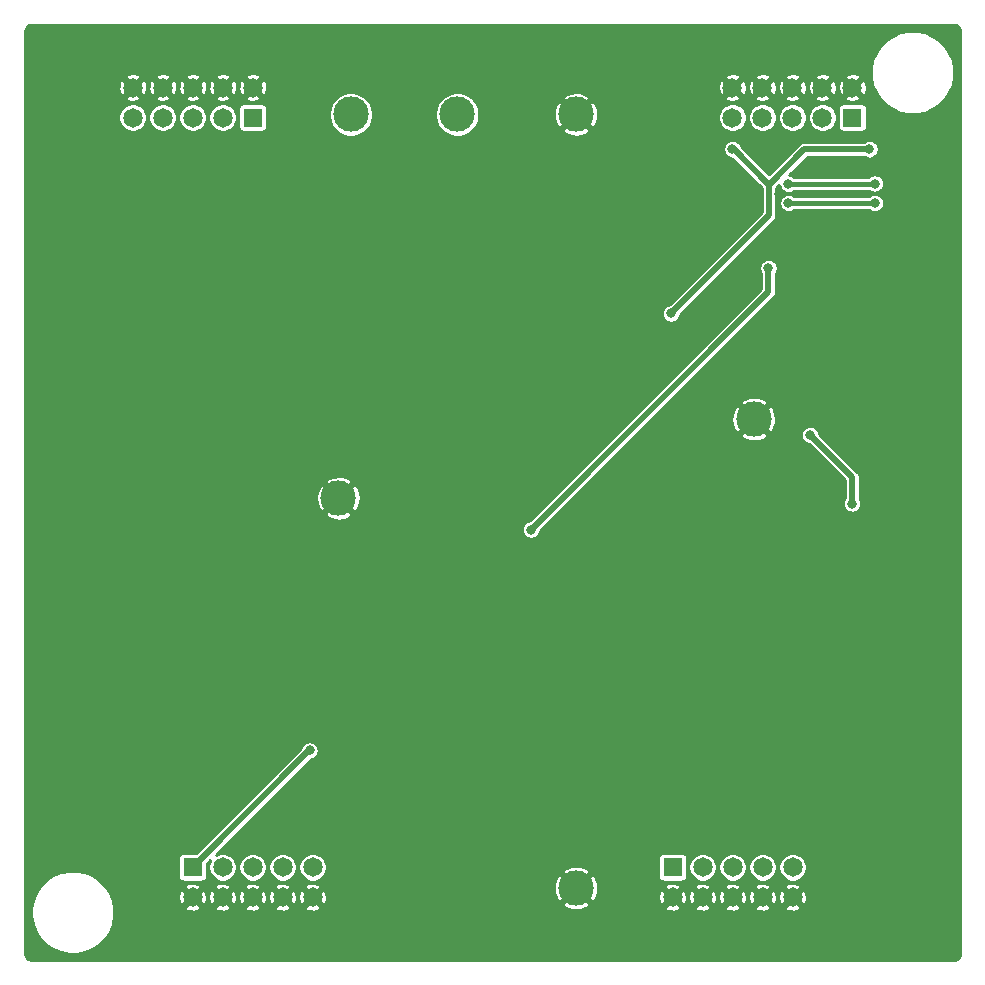
<source format=gbl>
G04 #@! TF.GenerationSoftware,KiCad,Pcbnew,(5.1.6)-1*
G04 #@! TF.CreationDate,2021-04-16T13:49:19+02:00*
G04 #@! TF.ProjectId,Interfaceboard,496e7465-7266-4616-9365-626f6172642e,Version 1*
G04 #@! TF.SameCoordinates,Original*
G04 #@! TF.FileFunction,Copper,L2,Bot*
G04 #@! TF.FilePolarity,Positive*
%FSLAX46Y46*%
G04 Gerber Fmt 4.6, Leading zero omitted, Abs format (unit mm)*
G04 Created by KiCad (PCBNEW (5.1.6)-1) date 2021-04-16 13:49:19*
%MOMM*%
%LPD*%
G01*
G04 APERTURE LIST*
G04 #@! TA.AperFunction,ComponentPad*
%ADD10C,3.000000*%
G04 #@! TD*
G04 #@! TA.AperFunction,ComponentPad*
%ADD11R,1.650000X1.650000*%
G04 #@! TD*
G04 #@! TA.AperFunction,ComponentPad*
%ADD12C,1.650000*%
G04 #@! TD*
G04 #@! TA.AperFunction,ViaPad*
%ADD13C,0.800000*%
G04 #@! TD*
G04 #@! TA.AperFunction,Conductor*
%ADD14C,0.450000*%
G04 #@! TD*
G04 #@! TA.AperFunction,Conductor*
%ADD15C,0.500000*%
G04 #@! TD*
G04 #@! TA.AperFunction,Conductor*
%ADD16C,0.250000*%
G04 #@! TD*
G04 #@! TA.AperFunction,Conductor*
%ADD17C,0.254000*%
G04 #@! TD*
G04 APERTURE END LIST*
D10*
X133000000Y-58000000D03*
X142000000Y-58000000D03*
D11*
X124690000Y-58260000D03*
D12*
X124690000Y-55720000D03*
X122150000Y-58260000D03*
X122150000Y-55720000D03*
X119610000Y-58260000D03*
X119610000Y-55720000D03*
X117070000Y-58260000D03*
X117070000Y-55720000D03*
X114530000Y-58260000D03*
X114530000Y-55720000D03*
D11*
X175470000Y-58260000D03*
D12*
X175470000Y-55720000D03*
X172930000Y-58260000D03*
X172930000Y-55720000D03*
X170390000Y-58260000D03*
X170390000Y-55720000D03*
X167850000Y-58260000D03*
X167850000Y-55720000D03*
X165310000Y-58260000D03*
X165310000Y-55720000D03*
D11*
X160240000Y-121740000D03*
D12*
X160240000Y-124280000D03*
X162780000Y-121740000D03*
X162780000Y-124280000D03*
X165320000Y-121740000D03*
X165320000Y-124280000D03*
X167860000Y-121740000D03*
X167860000Y-124280000D03*
X170400000Y-121740000D03*
X170400000Y-124280000D03*
D11*
X119600000Y-121740000D03*
D12*
X119600000Y-124280000D03*
X122140000Y-121740000D03*
X122140000Y-124280000D03*
X124680000Y-121740000D03*
X124680000Y-124280000D03*
X127220000Y-121740000D03*
X127220000Y-124280000D03*
X129760000Y-121740000D03*
X129760000Y-124280000D03*
D10*
X152050000Y-58000000D03*
X152050000Y-123500000D03*
X167100000Y-83800000D03*
X131950000Y-90500000D03*
D13*
X118000000Y-126500000D03*
X113050000Y-128000000D03*
X107000000Y-122000000D03*
X107000000Y-116000000D03*
X107000000Y-110000000D03*
X107000000Y-103000000D03*
X107000000Y-95000000D03*
X107000000Y-87000000D03*
X107000000Y-78000000D03*
X107000000Y-68000000D03*
X107000000Y-59000000D03*
X115000000Y-51000000D03*
X127000000Y-51000000D03*
X138000000Y-51000000D03*
X148000000Y-51000000D03*
X159000000Y-51000000D03*
X169000000Y-51000000D03*
X178000000Y-51000000D03*
X184000000Y-58000000D03*
X184000000Y-66000000D03*
X184000000Y-78000000D03*
X184000000Y-88000000D03*
X184000000Y-97000000D03*
X184000000Y-106000000D03*
X184000000Y-115000000D03*
X184000000Y-124000000D03*
X179000000Y-129000000D03*
X173000000Y-129000000D03*
X169000000Y-127000000D03*
X167000000Y-127000000D03*
X163000000Y-127000000D03*
X161000000Y-127000000D03*
X150000000Y-127000000D03*
X146000000Y-127000000D03*
X137350000Y-126500000D03*
X130000000Y-126500000D03*
X157750000Y-119500000D03*
X165250000Y-119500000D03*
X170250000Y-119500000D03*
X175500000Y-118250000D03*
X161500000Y-115750000D03*
X161500000Y-112000000D03*
X159000000Y-113750000D03*
X163750000Y-113750000D03*
X157500000Y-100000000D03*
X157500000Y-104250000D03*
X169000000Y-100000000D03*
X169000000Y-104250000D03*
X165500000Y-94500000D03*
X168350000Y-78050000D03*
X167100000Y-71950000D03*
X165550000Y-73600000D03*
X177400000Y-73600000D03*
X179000000Y-72000000D03*
X168550000Y-68950000D03*
X168350000Y-75200000D03*
X161000000Y-70750000D03*
X166250000Y-64650000D03*
X178050000Y-64650000D03*
X166500000Y-53750000D03*
X169250000Y-53750000D03*
X171750000Y-53750000D03*
X174250000Y-53750000D03*
X126750000Y-55500000D03*
X161000000Y-66250000D03*
X155500000Y-69750000D03*
X152500000Y-69750000D03*
X158400000Y-75500000D03*
X156950000Y-75500000D03*
X161750000Y-77500000D03*
X159000000Y-94500000D03*
X148500000Y-90750000D03*
X148500000Y-68250000D03*
X128250000Y-111500000D03*
X128500000Y-115750000D03*
X121000000Y-126500000D03*
X123500000Y-126500000D03*
X127500000Y-126500000D03*
X126250000Y-109750000D03*
X153000000Y-94500000D03*
X145250000Y-102750000D03*
X132000000Y-115000000D03*
X146000000Y-115000000D03*
X123500000Y-74500000D03*
X123500000Y-77250000D03*
X123500000Y-79500000D03*
X123500000Y-82250000D03*
X114500000Y-76750000D03*
X123000000Y-60500000D03*
X121250000Y-67750000D03*
X116750000Y-73250000D03*
X121500000Y-87000000D03*
X121500000Y-95000000D03*
X121500000Y-103000000D03*
X121500000Y-110000000D03*
X121500000Y-116000000D03*
X142000000Y-87000000D03*
X142000000Y-79500000D03*
X142000000Y-72000000D03*
X142000000Y-64500000D03*
X134500000Y-64500000D03*
X134500000Y-72000000D03*
X134500000Y-79500000D03*
X134500000Y-87000000D03*
X130500000Y-99750000D03*
X171750000Y-111750000D03*
X152500000Y-63500000D03*
X155500000Y-63500000D03*
X155500000Y-66750000D03*
X179250000Y-61000000D03*
X174750000Y-62450000D03*
X165500000Y-112000000D03*
X157250000Y-112000000D03*
X173450000Y-67200000D03*
X174250000Y-71950000D03*
X173500000Y-75300000D03*
X173500000Y-77950000D03*
X142750000Y-93150000D03*
X136350000Y-99950000D03*
X130450000Y-105850000D03*
X126400000Y-98250000D03*
X126600000Y-88850000D03*
X138950000Y-108250000D03*
X149550000Y-98400000D03*
X153250000Y-86050000D03*
X148550000Y-82500000D03*
X148450000Y-74850000D03*
X151750000Y-78650000D03*
X158850000Y-80700000D03*
X159000000Y-86800000D03*
X162150000Y-91400000D03*
X162000000Y-83200000D03*
X165300000Y-86700000D03*
X165200000Y-79500000D03*
X161150000Y-98100000D03*
X164950000Y-105300000D03*
X149550000Y-103550000D03*
X149350000Y-114950000D03*
X138850000Y-119100000D03*
X158950000Y-58100000D03*
X180500000Y-63900000D03*
X180500000Y-65400000D03*
X180250000Y-70700000D03*
X169250000Y-64750000D03*
X170000000Y-67700000D03*
X173200000Y-73550000D03*
X174500000Y-85750000D03*
X170500000Y-90250000D03*
X173950000Y-92000000D03*
X174250000Y-98050000D03*
X169050000Y-96900000D03*
X174250000Y-104950000D03*
X177350000Y-82900000D03*
X177150000Y-94750000D03*
X177150000Y-107950000D03*
X170050000Y-63900000D03*
X177350000Y-63850000D03*
X170050000Y-65500000D03*
X177350000Y-65500000D03*
X160100000Y-74850000D03*
X176900000Y-60950000D03*
X165299989Y-60949989D03*
X168350000Y-71000000D03*
X148250000Y-93150000D03*
X129500000Y-111850000D03*
X171900000Y-85150000D03*
X175449998Y-90950000D03*
D14*
X170050000Y-63900000D02*
X177300000Y-63900000D01*
D15*
X177300000Y-63900000D02*
X177350000Y-63850000D01*
D14*
X170050000Y-65500000D02*
X177350000Y-65500000D01*
D15*
X160100000Y-74850000D02*
X168400000Y-66550000D01*
D16*
X168400000Y-63950000D02*
X168400000Y-64000000D01*
D15*
X168400000Y-66550000D02*
X168400000Y-64000000D01*
X168400000Y-63950000D02*
X165399989Y-60949989D01*
D16*
X165399989Y-60949989D02*
X165299989Y-60949989D01*
D15*
X171400000Y-60950000D02*
X176900000Y-60950000D01*
X168400000Y-63950000D02*
X171400000Y-60950000D01*
D16*
X119600000Y-121740000D02*
X119660000Y-121740000D01*
D15*
X168350000Y-73050000D02*
X168350000Y-71000000D01*
X148250000Y-93150000D02*
X168350000Y-73050000D01*
X119600000Y-121740000D02*
X129490000Y-111850000D01*
X129490000Y-111850000D02*
X129500000Y-111850000D01*
X175449998Y-88699998D02*
X175449998Y-90950000D01*
X171900000Y-85150000D02*
X175449998Y-88699998D01*
D17*
G36*
X184114994Y-50419222D02*
G01*
X184225614Y-50452620D01*
X184327639Y-50506868D01*
X184417179Y-50579895D01*
X184490833Y-50668925D01*
X184545792Y-50770572D01*
X184579960Y-50880949D01*
X184594001Y-51014538D01*
X184594000Y-128980146D01*
X184580778Y-129114994D01*
X184547379Y-129225615D01*
X184493132Y-129327639D01*
X184420106Y-129417179D01*
X184331072Y-129490834D01*
X184229428Y-129545792D01*
X184119051Y-129579960D01*
X183985472Y-129594000D01*
X106019854Y-129594000D01*
X105885006Y-129580778D01*
X105774385Y-129547379D01*
X105672361Y-129493132D01*
X105582821Y-129420106D01*
X105509166Y-129331072D01*
X105454208Y-129229428D01*
X105420040Y-129119051D01*
X105406000Y-128985472D01*
X105406000Y-125202621D01*
X105923000Y-125202621D01*
X105923000Y-125897379D01*
X106058540Y-126578788D01*
X106324413Y-127220661D01*
X106710400Y-127798332D01*
X107201668Y-128289600D01*
X107779339Y-128675587D01*
X108421212Y-128941460D01*
X109102621Y-129077000D01*
X109797379Y-129077000D01*
X110478788Y-128941460D01*
X111120661Y-128675587D01*
X111698332Y-128289600D01*
X112189600Y-127798332D01*
X112575587Y-127220661D01*
X112841460Y-126578788D01*
X112977000Y-125897379D01*
X112977000Y-125202621D01*
X112967374Y-125154224D01*
X118905381Y-125154224D01*
X118994369Y-125329645D01*
X119210782Y-125427629D01*
X119442151Y-125481510D01*
X119679587Y-125489218D01*
X119913964Y-125450457D01*
X120136275Y-125366716D01*
X120205631Y-125329645D01*
X120294619Y-125154224D01*
X121445381Y-125154224D01*
X121534369Y-125329645D01*
X121750782Y-125427629D01*
X121982151Y-125481510D01*
X122219587Y-125489218D01*
X122453964Y-125450457D01*
X122676275Y-125366716D01*
X122745631Y-125329645D01*
X122834619Y-125154224D01*
X123985381Y-125154224D01*
X124074369Y-125329645D01*
X124290782Y-125427629D01*
X124522151Y-125481510D01*
X124759587Y-125489218D01*
X124993964Y-125450457D01*
X125216275Y-125366716D01*
X125285631Y-125329645D01*
X125374619Y-125154224D01*
X126525381Y-125154224D01*
X126614369Y-125329645D01*
X126830782Y-125427629D01*
X127062151Y-125481510D01*
X127299587Y-125489218D01*
X127533964Y-125450457D01*
X127756275Y-125366716D01*
X127825631Y-125329645D01*
X127914619Y-125154224D01*
X129065381Y-125154224D01*
X129154369Y-125329645D01*
X129370782Y-125427629D01*
X129602151Y-125481510D01*
X129839587Y-125489218D01*
X130073964Y-125450457D01*
X130296275Y-125366716D01*
X130365631Y-125329645D01*
X130454619Y-125154224D01*
X129760000Y-124459605D01*
X129065381Y-125154224D01*
X127914619Y-125154224D01*
X127220000Y-124459605D01*
X126525381Y-125154224D01*
X125374619Y-125154224D01*
X124680000Y-124459605D01*
X123985381Y-125154224D01*
X122834619Y-125154224D01*
X122140000Y-124459605D01*
X121445381Y-125154224D01*
X120294619Y-125154224D01*
X119600000Y-124459605D01*
X118905381Y-125154224D01*
X112967374Y-125154224D01*
X112841460Y-124521212D01*
X112774513Y-124359587D01*
X118390782Y-124359587D01*
X118429543Y-124593964D01*
X118513284Y-124816275D01*
X118550355Y-124885631D01*
X118725776Y-124974619D01*
X119420395Y-124280000D01*
X119779605Y-124280000D01*
X120474224Y-124974619D01*
X120649645Y-124885631D01*
X120747629Y-124669218D01*
X120801510Y-124437849D01*
X120804050Y-124359587D01*
X120930782Y-124359587D01*
X120969543Y-124593964D01*
X121053284Y-124816275D01*
X121090355Y-124885631D01*
X121265776Y-124974619D01*
X121960395Y-124280000D01*
X122319605Y-124280000D01*
X123014224Y-124974619D01*
X123189645Y-124885631D01*
X123287629Y-124669218D01*
X123341510Y-124437849D01*
X123344050Y-124359587D01*
X123470782Y-124359587D01*
X123509543Y-124593964D01*
X123593284Y-124816275D01*
X123630355Y-124885631D01*
X123805776Y-124974619D01*
X124500395Y-124280000D01*
X124859605Y-124280000D01*
X125554224Y-124974619D01*
X125729645Y-124885631D01*
X125827629Y-124669218D01*
X125881510Y-124437849D01*
X125884050Y-124359587D01*
X126010782Y-124359587D01*
X126049543Y-124593964D01*
X126133284Y-124816275D01*
X126170355Y-124885631D01*
X126345776Y-124974619D01*
X127040395Y-124280000D01*
X127399605Y-124280000D01*
X128094224Y-124974619D01*
X128269645Y-124885631D01*
X128367629Y-124669218D01*
X128421510Y-124437849D01*
X128424050Y-124359587D01*
X128550782Y-124359587D01*
X128589543Y-124593964D01*
X128673284Y-124816275D01*
X128710355Y-124885631D01*
X128885776Y-124974619D01*
X129580395Y-124280000D01*
X129939605Y-124280000D01*
X130634224Y-124974619D01*
X130809645Y-124885631D01*
X130823163Y-124855773D01*
X150873833Y-124855773D01*
X151044283Y-125100316D01*
X151375814Y-125265772D01*
X151733253Y-125363371D01*
X152102865Y-125389361D01*
X152470445Y-125342744D01*
X152821868Y-125225311D01*
X152954862Y-125154224D01*
X159545381Y-125154224D01*
X159634369Y-125329645D01*
X159850782Y-125427629D01*
X160082151Y-125481510D01*
X160319587Y-125489218D01*
X160553964Y-125450457D01*
X160776275Y-125366716D01*
X160845631Y-125329645D01*
X160934619Y-125154224D01*
X162085381Y-125154224D01*
X162174369Y-125329645D01*
X162390782Y-125427629D01*
X162622151Y-125481510D01*
X162859587Y-125489218D01*
X163093964Y-125450457D01*
X163316275Y-125366716D01*
X163385631Y-125329645D01*
X163474619Y-125154224D01*
X164625381Y-125154224D01*
X164714369Y-125329645D01*
X164930782Y-125427629D01*
X165162151Y-125481510D01*
X165399587Y-125489218D01*
X165633964Y-125450457D01*
X165856275Y-125366716D01*
X165925631Y-125329645D01*
X166014619Y-125154224D01*
X167165381Y-125154224D01*
X167254369Y-125329645D01*
X167470782Y-125427629D01*
X167702151Y-125481510D01*
X167939587Y-125489218D01*
X168173964Y-125450457D01*
X168396275Y-125366716D01*
X168465631Y-125329645D01*
X168554619Y-125154224D01*
X169705381Y-125154224D01*
X169794369Y-125329645D01*
X170010782Y-125427629D01*
X170242151Y-125481510D01*
X170479587Y-125489218D01*
X170713964Y-125450457D01*
X170936275Y-125366716D01*
X171005631Y-125329645D01*
X171094619Y-125154224D01*
X170400000Y-124459605D01*
X169705381Y-125154224D01*
X168554619Y-125154224D01*
X167860000Y-124459605D01*
X167165381Y-125154224D01*
X166014619Y-125154224D01*
X165320000Y-124459605D01*
X164625381Y-125154224D01*
X163474619Y-125154224D01*
X162780000Y-124459605D01*
X162085381Y-125154224D01*
X160934619Y-125154224D01*
X160240000Y-124459605D01*
X159545381Y-125154224D01*
X152954862Y-125154224D01*
X153055717Y-125100316D01*
X153226167Y-124855773D01*
X152050000Y-123679605D01*
X150873833Y-124855773D01*
X130823163Y-124855773D01*
X130907629Y-124669218D01*
X130961510Y-124437849D01*
X130969218Y-124200413D01*
X130930457Y-123966036D01*
X130846716Y-123743725D01*
X130809645Y-123674369D01*
X130634224Y-123585381D01*
X129939605Y-124280000D01*
X129580395Y-124280000D01*
X128885776Y-123585381D01*
X128710355Y-123674369D01*
X128612371Y-123890782D01*
X128558490Y-124122151D01*
X128550782Y-124359587D01*
X128424050Y-124359587D01*
X128429218Y-124200413D01*
X128390457Y-123966036D01*
X128306716Y-123743725D01*
X128269645Y-123674369D01*
X128094224Y-123585381D01*
X127399605Y-124280000D01*
X127040395Y-124280000D01*
X126345776Y-123585381D01*
X126170355Y-123674369D01*
X126072371Y-123890782D01*
X126018490Y-124122151D01*
X126010782Y-124359587D01*
X125884050Y-124359587D01*
X125889218Y-124200413D01*
X125850457Y-123966036D01*
X125766716Y-123743725D01*
X125729645Y-123674369D01*
X125554224Y-123585381D01*
X124859605Y-124280000D01*
X124500395Y-124280000D01*
X123805776Y-123585381D01*
X123630355Y-123674369D01*
X123532371Y-123890782D01*
X123478490Y-124122151D01*
X123470782Y-124359587D01*
X123344050Y-124359587D01*
X123349218Y-124200413D01*
X123310457Y-123966036D01*
X123226716Y-123743725D01*
X123189645Y-123674369D01*
X123014224Y-123585381D01*
X122319605Y-124280000D01*
X121960395Y-124280000D01*
X121265776Y-123585381D01*
X121090355Y-123674369D01*
X120992371Y-123890782D01*
X120938490Y-124122151D01*
X120930782Y-124359587D01*
X120804050Y-124359587D01*
X120809218Y-124200413D01*
X120770457Y-123966036D01*
X120686716Y-123743725D01*
X120649645Y-123674369D01*
X120474224Y-123585381D01*
X119779605Y-124280000D01*
X119420395Y-124280000D01*
X118725776Y-123585381D01*
X118550355Y-123674369D01*
X118452371Y-123890782D01*
X118398490Y-124122151D01*
X118390782Y-124359587D01*
X112774513Y-124359587D01*
X112575587Y-123879339D01*
X112259163Y-123405776D01*
X118905381Y-123405776D01*
X119600000Y-124100395D01*
X120294619Y-123405776D01*
X121445381Y-123405776D01*
X122140000Y-124100395D01*
X122834619Y-123405776D01*
X123985381Y-123405776D01*
X124680000Y-124100395D01*
X125374619Y-123405776D01*
X126525381Y-123405776D01*
X127220000Y-124100395D01*
X127914619Y-123405776D01*
X129065381Y-123405776D01*
X129760000Y-124100395D01*
X130307530Y-123552865D01*
X150160639Y-123552865D01*
X150207256Y-123920445D01*
X150324689Y-124271868D01*
X150449684Y-124505717D01*
X150694227Y-124676167D01*
X151870395Y-123500000D01*
X152229605Y-123500000D01*
X153405773Y-124676167D01*
X153650316Y-124505717D01*
X153723244Y-124359587D01*
X159030782Y-124359587D01*
X159069543Y-124593964D01*
X159153284Y-124816275D01*
X159190355Y-124885631D01*
X159365776Y-124974619D01*
X160060395Y-124280000D01*
X160419605Y-124280000D01*
X161114224Y-124974619D01*
X161289645Y-124885631D01*
X161387629Y-124669218D01*
X161441510Y-124437849D01*
X161444050Y-124359587D01*
X161570782Y-124359587D01*
X161609543Y-124593964D01*
X161693284Y-124816275D01*
X161730355Y-124885631D01*
X161905776Y-124974619D01*
X162600395Y-124280000D01*
X162959605Y-124280000D01*
X163654224Y-124974619D01*
X163829645Y-124885631D01*
X163927629Y-124669218D01*
X163981510Y-124437849D01*
X163984050Y-124359587D01*
X164110782Y-124359587D01*
X164149543Y-124593964D01*
X164233284Y-124816275D01*
X164270355Y-124885631D01*
X164445776Y-124974619D01*
X165140395Y-124280000D01*
X165499605Y-124280000D01*
X166194224Y-124974619D01*
X166369645Y-124885631D01*
X166467629Y-124669218D01*
X166521510Y-124437849D01*
X166524050Y-124359587D01*
X166650782Y-124359587D01*
X166689543Y-124593964D01*
X166773284Y-124816275D01*
X166810355Y-124885631D01*
X166985776Y-124974619D01*
X167680395Y-124280000D01*
X168039605Y-124280000D01*
X168734224Y-124974619D01*
X168909645Y-124885631D01*
X169007629Y-124669218D01*
X169061510Y-124437849D01*
X169064050Y-124359587D01*
X169190782Y-124359587D01*
X169229543Y-124593964D01*
X169313284Y-124816275D01*
X169350355Y-124885631D01*
X169525776Y-124974619D01*
X170220395Y-124280000D01*
X170579605Y-124280000D01*
X171274224Y-124974619D01*
X171449645Y-124885631D01*
X171547629Y-124669218D01*
X171601510Y-124437849D01*
X171609218Y-124200413D01*
X171570457Y-123966036D01*
X171486716Y-123743725D01*
X171449645Y-123674369D01*
X171274224Y-123585381D01*
X170579605Y-124280000D01*
X170220395Y-124280000D01*
X169525776Y-123585381D01*
X169350355Y-123674369D01*
X169252371Y-123890782D01*
X169198490Y-124122151D01*
X169190782Y-124359587D01*
X169064050Y-124359587D01*
X169069218Y-124200413D01*
X169030457Y-123966036D01*
X168946716Y-123743725D01*
X168909645Y-123674369D01*
X168734224Y-123585381D01*
X168039605Y-124280000D01*
X167680395Y-124280000D01*
X166985776Y-123585381D01*
X166810355Y-123674369D01*
X166712371Y-123890782D01*
X166658490Y-124122151D01*
X166650782Y-124359587D01*
X166524050Y-124359587D01*
X166529218Y-124200413D01*
X166490457Y-123966036D01*
X166406716Y-123743725D01*
X166369645Y-123674369D01*
X166194224Y-123585381D01*
X165499605Y-124280000D01*
X165140395Y-124280000D01*
X164445776Y-123585381D01*
X164270355Y-123674369D01*
X164172371Y-123890782D01*
X164118490Y-124122151D01*
X164110782Y-124359587D01*
X163984050Y-124359587D01*
X163989218Y-124200413D01*
X163950457Y-123966036D01*
X163866716Y-123743725D01*
X163829645Y-123674369D01*
X163654224Y-123585381D01*
X162959605Y-124280000D01*
X162600395Y-124280000D01*
X161905776Y-123585381D01*
X161730355Y-123674369D01*
X161632371Y-123890782D01*
X161578490Y-124122151D01*
X161570782Y-124359587D01*
X161444050Y-124359587D01*
X161449218Y-124200413D01*
X161410457Y-123966036D01*
X161326716Y-123743725D01*
X161289645Y-123674369D01*
X161114224Y-123585381D01*
X160419605Y-124280000D01*
X160060395Y-124280000D01*
X159365776Y-123585381D01*
X159190355Y-123674369D01*
X159092371Y-123890782D01*
X159038490Y-124122151D01*
X159030782Y-124359587D01*
X153723244Y-124359587D01*
X153815772Y-124174186D01*
X153913371Y-123816747D01*
X153939361Y-123447135D01*
X153934116Y-123405776D01*
X159545381Y-123405776D01*
X160240000Y-124100395D01*
X160934619Y-123405776D01*
X162085381Y-123405776D01*
X162780000Y-124100395D01*
X163474619Y-123405776D01*
X164625381Y-123405776D01*
X165320000Y-124100395D01*
X166014619Y-123405776D01*
X167165381Y-123405776D01*
X167860000Y-124100395D01*
X168554619Y-123405776D01*
X169705381Y-123405776D01*
X170400000Y-124100395D01*
X171094619Y-123405776D01*
X171005631Y-123230355D01*
X170789218Y-123132371D01*
X170557849Y-123078490D01*
X170320413Y-123070782D01*
X170086036Y-123109543D01*
X169863725Y-123193284D01*
X169794369Y-123230355D01*
X169705381Y-123405776D01*
X168554619Y-123405776D01*
X168465631Y-123230355D01*
X168249218Y-123132371D01*
X168017849Y-123078490D01*
X167780413Y-123070782D01*
X167546036Y-123109543D01*
X167323725Y-123193284D01*
X167254369Y-123230355D01*
X167165381Y-123405776D01*
X166014619Y-123405776D01*
X165925631Y-123230355D01*
X165709218Y-123132371D01*
X165477849Y-123078490D01*
X165240413Y-123070782D01*
X165006036Y-123109543D01*
X164783725Y-123193284D01*
X164714369Y-123230355D01*
X164625381Y-123405776D01*
X163474619Y-123405776D01*
X163385631Y-123230355D01*
X163169218Y-123132371D01*
X162937849Y-123078490D01*
X162700413Y-123070782D01*
X162466036Y-123109543D01*
X162243725Y-123193284D01*
X162174369Y-123230355D01*
X162085381Y-123405776D01*
X160934619Y-123405776D01*
X160845631Y-123230355D01*
X160629218Y-123132371D01*
X160397849Y-123078490D01*
X160160413Y-123070782D01*
X159926036Y-123109543D01*
X159703725Y-123193284D01*
X159634369Y-123230355D01*
X159545381Y-123405776D01*
X153934116Y-123405776D01*
X153892744Y-123079555D01*
X153775311Y-122728132D01*
X153650316Y-122494283D01*
X153405773Y-122323833D01*
X152229605Y-123500000D01*
X151870395Y-123500000D01*
X150694227Y-122323833D01*
X150449684Y-122494283D01*
X150284228Y-122825814D01*
X150186629Y-123183253D01*
X150160639Y-123552865D01*
X130307530Y-123552865D01*
X130454619Y-123405776D01*
X130365631Y-123230355D01*
X130149218Y-123132371D01*
X129917849Y-123078490D01*
X129680413Y-123070782D01*
X129446036Y-123109543D01*
X129223725Y-123193284D01*
X129154369Y-123230355D01*
X129065381Y-123405776D01*
X127914619Y-123405776D01*
X127825631Y-123230355D01*
X127609218Y-123132371D01*
X127377849Y-123078490D01*
X127140413Y-123070782D01*
X126906036Y-123109543D01*
X126683725Y-123193284D01*
X126614369Y-123230355D01*
X126525381Y-123405776D01*
X125374619Y-123405776D01*
X125285631Y-123230355D01*
X125069218Y-123132371D01*
X124837849Y-123078490D01*
X124600413Y-123070782D01*
X124366036Y-123109543D01*
X124143725Y-123193284D01*
X124074369Y-123230355D01*
X123985381Y-123405776D01*
X122834619Y-123405776D01*
X122745631Y-123230355D01*
X122529218Y-123132371D01*
X122297849Y-123078490D01*
X122060413Y-123070782D01*
X121826036Y-123109543D01*
X121603725Y-123193284D01*
X121534369Y-123230355D01*
X121445381Y-123405776D01*
X120294619Y-123405776D01*
X120205631Y-123230355D01*
X119989218Y-123132371D01*
X119757849Y-123078490D01*
X119520413Y-123070782D01*
X119286036Y-123109543D01*
X119063725Y-123193284D01*
X118994369Y-123230355D01*
X118905381Y-123405776D01*
X112259163Y-123405776D01*
X112189600Y-123301668D01*
X111698332Y-122810400D01*
X111120661Y-122424413D01*
X110478788Y-122158540D01*
X109797379Y-122023000D01*
X109102621Y-122023000D01*
X108421212Y-122158540D01*
X107779339Y-122424413D01*
X107201668Y-122810400D01*
X106710400Y-123301668D01*
X106324413Y-123879339D01*
X106058540Y-124521212D01*
X105923000Y-125202621D01*
X105406000Y-125202621D01*
X105406000Y-120915000D01*
X118392157Y-120915000D01*
X118392157Y-122565000D01*
X118399513Y-122639689D01*
X118421299Y-122711508D01*
X118456678Y-122777696D01*
X118504289Y-122835711D01*
X118562304Y-122883322D01*
X118628492Y-122918701D01*
X118700311Y-122940487D01*
X118775000Y-122947843D01*
X120425000Y-122947843D01*
X120499689Y-122940487D01*
X120571508Y-122918701D01*
X120637696Y-122883322D01*
X120695711Y-122835711D01*
X120743322Y-122777696D01*
X120778701Y-122711508D01*
X120800487Y-122639689D01*
X120807843Y-122565000D01*
X120807843Y-121424525D01*
X121086629Y-121145739D01*
X121071257Y-121168745D01*
X120980346Y-121388223D01*
X120934000Y-121621219D01*
X120934000Y-121858781D01*
X120980346Y-122091777D01*
X121071257Y-122311255D01*
X121203239Y-122508780D01*
X121371220Y-122676761D01*
X121568745Y-122808743D01*
X121788223Y-122899654D01*
X122021219Y-122946000D01*
X122258781Y-122946000D01*
X122491777Y-122899654D01*
X122711255Y-122808743D01*
X122908780Y-122676761D01*
X123076761Y-122508780D01*
X123208743Y-122311255D01*
X123299654Y-122091777D01*
X123346000Y-121858781D01*
X123346000Y-121621219D01*
X123474000Y-121621219D01*
X123474000Y-121858781D01*
X123520346Y-122091777D01*
X123611257Y-122311255D01*
X123743239Y-122508780D01*
X123911220Y-122676761D01*
X124108745Y-122808743D01*
X124328223Y-122899654D01*
X124561219Y-122946000D01*
X124798781Y-122946000D01*
X125031777Y-122899654D01*
X125251255Y-122808743D01*
X125448780Y-122676761D01*
X125616761Y-122508780D01*
X125748743Y-122311255D01*
X125839654Y-122091777D01*
X125886000Y-121858781D01*
X125886000Y-121621219D01*
X126014000Y-121621219D01*
X126014000Y-121858781D01*
X126060346Y-122091777D01*
X126151257Y-122311255D01*
X126283239Y-122508780D01*
X126451220Y-122676761D01*
X126648745Y-122808743D01*
X126868223Y-122899654D01*
X127101219Y-122946000D01*
X127338781Y-122946000D01*
X127571777Y-122899654D01*
X127791255Y-122808743D01*
X127988780Y-122676761D01*
X128156761Y-122508780D01*
X128288743Y-122311255D01*
X128379654Y-122091777D01*
X128426000Y-121858781D01*
X128426000Y-121621219D01*
X128554000Y-121621219D01*
X128554000Y-121858781D01*
X128600346Y-122091777D01*
X128691257Y-122311255D01*
X128823239Y-122508780D01*
X128991220Y-122676761D01*
X129188745Y-122808743D01*
X129408223Y-122899654D01*
X129641219Y-122946000D01*
X129878781Y-122946000D01*
X130111777Y-122899654D01*
X130331255Y-122808743D01*
X130528780Y-122676761D01*
X130696761Y-122508780D01*
X130828743Y-122311255D01*
X130897928Y-122144227D01*
X150873833Y-122144227D01*
X152050000Y-123320395D01*
X153226167Y-122144227D01*
X153055717Y-121899684D01*
X152724186Y-121734228D01*
X152366747Y-121636629D01*
X151997135Y-121610639D01*
X151629555Y-121657256D01*
X151278132Y-121774689D01*
X151044283Y-121899684D01*
X150873833Y-122144227D01*
X130897928Y-122144227D01*
X130919654Y-122091777D01*
X130966000Y-121858781D01*
X130966000Y-121621219D01*
X130919654Y-121388223D01*
X130828743Y-121168745D01*
X130696761Y-120971220D01*
X130640541Y-120915000D01*
X159032157Y-120915000D01*
X159032157Y-122565000D01*
X159039513Y-122639689D01*
X159061299Y-122711508D01*
X159096678Y-122777696D01*
X159144289Y-122835711D01*
X159202304Y-122883322D01*
X159268492Y-122918701D01*
X159340311Y-122940487D01*
X159415000Y-122947843D01*
X161065000Y-122947843D01*
X161139689Y-122940487D01*
X161211508Y-122918701D01*
X161277696Y-122883322D01*
X161335711Y-122835711D01*
X161383322Y-122777696D01*
X161418701Y-122711508D01*
X161440487Y-122639689D01*
X161447843Y-122565000D01*
X161447843Y-121621219D01*
X161574000Y-121621219D01*
X161574000Y-121858781D01*
X161620346Y-122091777D01*
X161711257Y-122311255D01*
X161843239Y-122508780D01*
X162011220Y-122676761D01*
X162208745Y-122808743D01*
X162428223Y-122899654D01*
X162661219Y-122946000D01*
X162898781Y-122946000D01*
X163131777Y-122899654D01*
X163351255Y-122808743D01*
X163548780Y-122676761D01*
X163716761Y-122508780D01*
X163848743Y-122311255D01*
X163939654Y-122091777D01*
X163986000Y-121858781D01*
X163986000Y-121621219D01*
X164114000Y-121621219D01*
X164114000Y-121858781D01*
X164160346Y-122091777D01*
X164251257Y-122311255D01*
X164383239Y-122508780D01*
X164551220Y-122676761D01*
X164748745Y-122808743D01*
X164968223Y-122899654D01*
X165201219Y-122946000D01*
X165438781Y-122946000D01*
X165671777Y-122899654D01*
X165891255Y-122808743D01*
X166088780Y-122676761D01*
X166256761Y-122508780D01*
X166388743Y-122311255D01*
X166479654Y-122091777D01*
X166526000Y-121858781D01*
X166526000Y-121621219D01*
X166654000Y-121621219D01*
X166654000Y-121858781D01*
X166700346Y-122091777D01*
X166791257Y-122311255D01*
X166923239Y-122508780D01*
X167091220Y-122676761D01*
X167288745Y-122808743D01*
X167508223Y-122899654D01*
X167741219Y-122946000D01*
X167978781Y-122946000D01*
X168211777Y-122899654D01*
X168431255Y-122808743D01*
X168628780Y-122676761D01*
X168796761Y-122508780D01*
X168928743Y-122311255D01*
X169019654Y-122091777D01*
X169066000Y-121858781D01*
X169066000Y-121621219D01*
X169194000Y-121621219D01*
X169194000Y-121858781D01*
X169240346Y-122091777D01*
X169331257Y-122311255D01*
X169463239Y-122508780D01*
X169631220Y-122676761D01*
X169828745Y-122808743D01*
X170048223Y-122899654D01*
X170281219Y-122946000D01*
X170518781Y-122946000D01*
X170751777Y-122899654D01*
X170971255Y-122808743D01*
X171168780Y-122676761D01*
X171336761Y-122508780D01*
X171468743Y-122311255D01*
X171559654Y-122091777D01*
X171606000Y-121858781D01*
X171606000Y-121621219D01*
X171559654Y-121388223D01*
X171468743Y-121168745D01*
X171336761Y-120971220D01*
X171168780Y-120803239D01*
X170971255Y-120671257D01*
X170751777Y-120580346D01*
X170518781Y-120534000D01*
X170281219Y-120534000D01*
X170048223Y-120580346D01*
X169828745Y-120671257D01*
X169631220Y-120803239D01*
X169463239Y-120971220D01*
X169331257Y-121168745D01*
X169240346Y-121388223D01*
X169194000Y-121621219D01*
X169066000Y-121621219D01*
X169019654Y-121388223D01*
X168928743Y-121168745D01*
X168796761Y-120971220D01*
X168628780Y-120803239D01*
X168431255Y-120671257D01*
X168211777Y-120580346D01*
X167978781Y-120534000D01*
X167741219Y-120534000D01*
X167508223Y-120580346D01*
X167288745Y-120671257D01*
X167091220Y-120803239D01*
X166923239Y-120971220D01*
X166791257Y-121168745D01*
X166700346Y-121388223D01*
X166654000Y-121621219D01*
X166526000Y-121621219D01*
X166479654Y-121388223D01*
X166388743Y-121168745D01*
X166256761Y-120971220D01*
X166088780Y-120803239D01*
X165891255Y-120671257D01*
X165671777Y-120580346D01*
X165438781Y-120534000D01*
X165201219Y-120534000D01*
X164968223Y-120580346D01*
X164748745Y-120671257D01*
X164551220Y-120803239D01*
X164383239Y-120971220D01*
X164251257Y-121168745D01*
X164160346Y-121388223D01*
X164114000Y-121621219D01*
X163986000Y-121621219D01*
X163939654Y-121388223D01*
X163848743Y-121168745D01*
X163716761Y-120971220D01*
X163548780Y-120803239D01*
X163351255Y-120671257D01*
X163131777Y-120580346D01*
X162898781Y-120534000D01*
X162661219Y-120534000D01*
X162428223Y-120580346D01*
X162208745Y-120671257D01*
X162011220Y-120803239D01*
X161843239Y-120971220D01*
X161711257Y-121168745D01*
X161620346Y-121388223D01*
X161574000Y-121621219D01*
X161447843Y-121621219D01*
X161447843Y-120915000D01*
X161440487Y-120840311D01*
X161418701Y-120768492D01*
X161383322Y-120702304D01*
X161335711Y-120644289D01*
X161277696Y-120596678D01*
X161211508Y-120561299D01*
X161139689Y-120539513D01*
X161065000Y-120532157D01*
X159415000Y-120532157D01*
X159340311Y-120539513D01*
X159268492Y-120561299D01*
X159202304Y-120596678D01*
X159144289Y-120644289D01*
X159096678Y-120702304D01*
X159061299Y-120768492D01*
X159039513Y-120840311D01*
X159032157Y-120915000D01*
X130640541Y-120915000D01*
X130528780Y-120803239D01*
X130331255Y-120671257D01*
X130111777Y-120580346D01*
X129878781Y-120534000D01*
X129641219Y-120534000D01*
X129408223Y-120580346D01*
X129188745Y-120671257D01*
X128991220Y-120803239D01*
X128823239Y-120971220D01*
X128691257Y-121168745D01*
X128600346Y-121388223D01*
X128554000Y-121621219D01*
X128426000Y-121621219D01*
X128379654Y-121388223D01*
X128288743Y-121168745D01*
X128156761Y-120971220D01*
X127988780Y-120803239D01*
X127791255Y-120671257D01*
X127571777Y-120580346D01*
X127338781Y-120534000D01*
X127101219Y-120534000D01*
X126868223Y-120580346D01*
X126648745Y-120671257D01*
X126451220Y-120803239D01*
X126283239Y-120971220D01*
X126151257Y-121168745D01*
X126060346Y-121388223D01*
X126014000Y-121621219D01*
X125886000Y-121621219D01*
X125839654Y-121388223D01*
X125748743Y-121168745D01*
X125616761Y-120971220D01*
X125448780Y-120803239D01*
X125251255Y-120671257D01*
X125031777Y-120580346D01*
X124798781Y-120534000D01*
X124561219Y-120534000D01*
X124328223Y-120580346D01*
X124108745Y-120671257D01*
X123911220Y-120803239D01*
X123743239Y-120971220D01*
X123611257Y-121168745D01*
X123520346Y-121388223D01*
X123474000Y-121621219D01*
X123346000Y-121621219D01*
X123299654Y-121388223D01*
X123208743Y-121168745D01*
X123076761Y-120971220D01*
X122908780Y-120803239D01*
X122711255Y-120671257D01*
X122491777Y-120580346D01*
X122258781Y-120534000D01*
X122021219Y-120534000D01*
X121788223Y-120580346D01*
X121568745Y-120671257D01*
X121545739Y-120686629D01*
X129607439Y-112624930D01*
X129727809Y-112600987D01*
X129869942Y-112542113D01*
X129997859Y-112456642D01*
X130106642Y-112347859D01*
X130192113Y-112219942D01*
X130250987Y-112077809D01*
X130281000Y-111926922D01*
X130281000Y-111773078D01*
X130250987Y-111622191D01*
X130192113Y-111480058D01*
X130106642Y-111352141D01*
X129997859Y-111243358D01*
X129869942Y-111157887D01*
X129727809Y-111099013D01*
X129576922Y-111069000D01*
X129423078Y-111069000D01*
X129272191Y-111099013D01*
X129130058Y-111157887D01*
X129002141Y-111243358D01*
X128893358Y-111352141D01*
X128807887Y-111480058D01*
X128749013Y-111622191D01*
X128730036Y-111717595D01*
X119915475Y-120532157D01*
X118775000Y-120532157D01*
X118700311Y-120539513D01*
X118628492Y-120561299D01*
X118562304Y-120596678D01*
X118504289Y-120644289D01*
X118456678Y-120702304D01*
X118421299Y-120768492D01*
X118399513Y-120840311D01*
X118392157Y-120915000D01*
X105406000Y-120915000D01*
X105406000Y-93073078D01*
X147469000Y-93073078D01*
X147469000Y-93226922D01*
X147499013Y-93377809D01*
X147557887Y-93519942D01*
X147643358Y-93647859D01*
X147752141Y-93756642D01*
X147880058Y-93842113D01*
X148022191Y-93900987D01*
X148173078Y-93931000D01*
X148326922Y-93931000D01*
X148477809Y-93900987D01*
X148619942Y-93842113D01*
X148747859Y-93756642D01*
X148856642Y-93647859D01*
X148942113Y-93519942D01*
X149000987Y-93377809D01*
X149022447Y-93269921D01*
X157136595Y-85155773D01*
X165923833Y-85155773D01*
X166094283Y-85400316D01*
X166425814Y-85565772D01*
X166783253Y-85663371D01*
X167152865Y-85689361D01*
X167520445Y-85642744D01*
X167871868Y-85525311D01*
X168105717Y-85400316D01*
X168276167Y-85155773D01*
X168193473Y-85073078D01*
X171119000Y-85073078D01*
X171119000Y-85226922D01*
X171149013Y-85377809D01*
X171207887Y-85519942D01*
X171293358Y-85647859D01*
X171402141Y-85756642D01*
X171530058Y-85842113D01*
X171672191Y-85900987D01*
X171780079Y-85922447D01*
X174818998Y-88961367D01*
X174818999Y-90488594D01*
X174757885Y-90580058D01*
X174699011Y-90722191D01*
X174668998Y-90873078D01*
X174668998Y-91026922D01*
X174699011Y-91177809D01*
X174757885Y-91319942D01*
X174843356Y-91447859D01*
X174952139Y-91556642D01*
X175080056Y-91642113D01*
X175222189Y-91700987D01*
X175373076Y-91731000D01*
X175526920Y-91731000D01*
X175677807Y-91700987D01*
X175819940Y-91642113D01*
X175947857Y-91556642D01*
X176056640Y-91447859D01*
X176142111Y-91319942D01*
X176200985Y-91177809D01*
X176230998Y-91026922D01*
X176230998Y-90873078D01*
X176200985Y-90722191D01*
X176142111Y-90580058D01*
X176080998Y-90488595D01*
X176080998Y-88730985D01*
X176084050Y-88699997D01*
X176080998Y-88669009D01*
X176080998Y-88669000D01*
X176071868Y-88576300D01*
X176035787Y-88457356D01*
X175977194Y-88347737D01*
X175898341Y-88251655D01*
X175874267Y-88231898D01*
X172672447Y-85030079D01*
X172650987Y-84922191D01*
X172592113Y-84780058D01*
X172506642Y-84652141D01*
X172397859Y-84543358D01*
X172269942Y-84457887D01*
X172127809Y-84399013D01*
X171976922Y-84369000D01*
X171823078Y-84369000D01*
X171672191Y-84399013D01*
X171530058Y-84457887D01*
X171402141Y-84543358D01*
X171293358Y-84652141D01*
X171207887Y-84780058D01*
X171149013Y-84922191D01*
X171119000Y-85073078D01*
X168193473Y-85073078D01*
X167100000Y-83979605D01*
X165923833Y-85155773D01*
X157136595Y-85155773D01*
X158439503Y-83852865D01*
X165210639Y-83852865D01*
X165257256Y-84220445D01*
X165374689Y-84571868D01*
X165499684Y-84805717D01*
X165744227Y-84976167D01*
X166920395Y-83800000D01*
X167279605Y-83800000D01*
X168455773Y-84976167D01*
X168700316Y-84805717D01*
X168865772Y-84474186D01*
X168963371Y-84116747D01*
X168989361Y-83747135D01*
X168942744Y-83379555D01*
X168825311Y-83028132D01*
X168700316Y-82794283D01*
X168455773Y-82623833D01*
X167279605Y-83800000D01*
X166920395Y-83800000D01*
X165744227Y-82623833D01*
X165499684Y-82794283D01*
X165334228Y-83125814D01*
X165236629Y-83483253D01*
X165210639Y-83852865D01*
X158439503Y-83852865D01*
X159848141Y-82444227D01*
X165923833Y-82444227D01*
X167100000Y-83620395D01*
X168276167Y-82444227D01*
X168105717Y-82199684D01*
X167774186Y-82034228D01*
X167416747Y-81936629D01*
X167047135Y-81910639D01*
X166679555Y-81957256D01*
X166328132Y-82074689D01*
X166094283Y-82199684D01*
X165923833Y-82444227D01*
X159848141Y-82444227D01*
X168774269Y-73518100D01*
X168798343Y-73498343D01*
X168877196Y-73402261D01*
X168935789Y-73292642D01*
X168971870Y-73173698D01*
X168981000Y-73080998D01*
X168981000Y-73080997D01*
X168984053Y-73050000D01*
X168981000Y-73019002D01*
X168981000Y-71461405D01*
X169042113Y-71369942D01*
X169100987Y-71227809D01*
X169131000Y-71076922D01*
X169131000Y-70923078D01*
X169100987Y-70772191D01*
X169042113Y-70630058D01*
X168956642Y-70502141D01*
X168847859Y-70393358D01*
X168719942Y-70307887D01*
X168577809Y-70249013D01*
X168426922Y-70219000D01*
X168273078Y-70219000D01*
X168122191Y-70249013D01*
X167980058Y-70307887D01*
X167852141Y-70393358D01*
X167743358Y-70502141D01*
X167657887Y-70630058D01*
X167599013Y-70772191D01*
X167569000Y-70923078D01*
X167569000Y-71076922D01*
X167599013Y-71227809D01*
X167657887Y-71369942D01*
X167719001Y-71461406D01*
X167719000Y-72788631D01*
X148130079Y-92377553D01*
X148022191Y-92399013D01*
X147880058Y-92457887D01*
X147752141Y-92543358D01*
X147643358Y-92652141D01*
X147557887Y-92780058D01*
X147499013Y-92922191D01*
X147469000Y-93073078D01*
X105406000Y-93073078D01*
X105406000Y-91855773D01*
X130773833Y-91855773D01*
X130944283Y-92100316D01*
X131275814Y-92265772D01*
X131633253Y-92363371D01*
X132002865Y-92389361D01*
X132370445Y-92342744D01*
X132721868Y-92225311D01*
X132955717Y-92100316D01*
X133126167Y-91855773D01*
X131950000Y-90679605D01*
X130773833Y-91855773D01*
X105406000Y-91855773D01*
X105406000Y-90552865D01*
X130060639Y-90552865D01*
X130107256Y-90920445D01*
X130224689Y-91271868D01*
X130349684Y-91505717D01*
X130594227Y-91676167D01*
X131770395Y-90500000D01*
X132129605Y-90500000D01*
X133305773Y-91676167D01*
X133550316Y-91505717D01*
X133715772Y-91174186D01*
X133813371Y-90816747D01*
X133839361Y-90447135D01*
X133792744Y-90079555D01*
X133675311Y-89728132D01*
X133550316Y-89494283D01*
X133305773Y-89323833D01*
X132129605Y-90500000D01*
X131770395Y-90500000D01*
X130594227Y-89323833D01*
X130349684Y-89494283D01*
X130184228Y-89825814D01*
X130086629Y-90183253D01*
X130060639Y-90552865D01*
X105406000Y-90552865D01*
X105406000Y-89144227D01*
X130773833Y-89144227D01*
X131950000Y-90320395D01*
X133126167Y-89144227D01*
X132955717Y-88899684D01*
X132624186Y-88734228D01*
X132266747Y-88636629D01*
X131897135Y-88610639D01*
X131529555Y-88657256D01*
X131178132Y-88774689D01*
X130944283Y-88899684D01*
X130773833Y-89144227D01*
X105406000Y-89144227D01*
X105406000Y-74773078D01*
X159319000Y-74773078D01*
X159319000Y-74926922D01*
X159349013Y-75077809D01*
X159407887Y-75219942D01*
X159493358Y-75347859D01*
X159602141Y-75456642D01*
X159730058Y-75542113D01*
X159872191Y-75600987D01*
X160023078Y-75631000D01*
X160176922Y-75631000D01*
X160327809Y-75600987D01*
X160469942Y-75542113D01*
X160597859Y-75456642D01*
X160706642Y-75347859D01*
X160792113Y-75219942D01*
X160850987Y-75077809D01*
X160872447Y-74969921D01*
X168824269Y-67018100D01*
X168848343Y-66998343D01*
X168927196Y-66902261D01*
X168985789Y-66792642D01*
X169021870Y-66673698D01*
X169031000Y-66580998D01*
X169031000Y-66580997D01*
X169034053Y-66550000D01*
X169031000Y-66519002D01*
X169031000Y-65423078D01*
X169269000Y-65423078D01*
X169269000Y-65576922D01*
X169299013Y-65727809D01*
X169357887Y-65869942D01*
X169443358Y-65997859D01*
X169552141Y-66106642D01*
X169680058Y-66192113D01*
X169822191Y-66250987D01*
X169973078Y-66281000D01*
X170126922Y-66281000D01*
X170277809Y-66250987D01*
X170419942Y-66192113D01*
X170547859Y-66106642D01*
X170548501Y-66106000D01*
X176851499Y-66106000D01*
X176852141Y-66106642D01*
X176980058Y-66192113D01*
X177122191Y-66250987D01*
X177273078Y-66281000D01*
X177426922Y-66281000D01*
X177577809Y-66250987D01*
X177719942Y-66192113D01*
X177847859Y-66106642D01*
X177956642Y-65997859D01*
X178042113Y-65869942D01*
X178100987Y-65727809D01*
X178131000Y-65576922D01*
X178131000Y-65423078D01*
X178100987Y-65272191D01*
X178042113Y-65130058D01*
X177956642Y-65002141D01*
X177847859Y-64893358D01*
X177719942Y-64807887D01*
X177577809Y-64749013D01*
X177426922Y-64719000D01*
X177273078Y-64719000D01*
X177122191Y-64749013D01*
X176980058Y-64807887D01*
X176852141Y-64893358D01*
X176851499Y-64894000D01*
X170548501Y-64894000D01*
X170547859Y-64893358D01*
X170419942Y-64807887D01*
X170277809Y-64749013D01*
X170126922Y-64719000D01*
X169973078Y-64719000D01*
X169822191Y-64749013D01*
X169680058Y-64807887D01*
X169552141Y-64893358D01*
X169443358Y-65002141D01*
X169357887Y-65130058D01*
X169299013Y-65272191D01*
X169269000Y-65423078D01*
X169031000Y-65423078D01*
X169031000Y-64211368D01*
X169269000Y-63973368D01*
X169269000Y-63976922D01*
X169299013Y-64127809D01*
X169357887Y-64269942D01*
X169443358Y-64397859D01*
X169552141Y-64506642D01*
X169680058Y-64592113D01*
X169822191Y-64650987D01*
X169973078Y-64681000D01*
X170126922Y-64681000D01*
X170277809Y-64650987D01*
X170419942Y-64592113D01*
X170547859Y-64506642D01*
X170548501Y-64506000D01*
X176926011Y-64506000D01*
X176980058Y-64542113D01*
X177122191Y-64600987D01*
X177273078Y-64631000D01*
X177426922Y-64631000D01*
X177577809Y-64600987D01*
X177719942Y-64542113D01*
X177847859Y-64456642D01*
X177956642Y-64347859D01*
X178042113Y-64219942D01*
X178100987Y-64077809D01*
X178131000Y-63926922D01*
X178131000Y-63773078D01*
X178100987Y-63622191D01*
X178042113Y-63480058D01*
X177956642Y-63352141D01*
X177847859Y-63243358D01*
X177719942Y-63157887D01*
X177577809Y-63099013D01*
X177426922Y-63069000D01*
X177273078Y-63069000D01*
X177122191Y-63099013D01*
X176980058Y-63157887D01*
X176852141Y-63243358D01*
X176801499Y-63294000D01*
X170548501Y-63294000D01*
X170547859Y-63293358D01*
X170419942Y-63207887D01*
X170277809Y-63149013D01*
X170126922Y-63119000D01*
X170123368Y-63119000D01*
X171661369Y-61581000D01*
X176438595Y-61581000D01*
X176530058Y-61642113D01*
X176672191Y-61700987D01*
X176823078Y-61731000D01*
X176976922Y-61731000D01*
X177127809Y-61700987D01*
X177269942Y-61642113D01*
X177397859Y-61556642D01*
X177506642Y-61447859D01*
X177592113Y-61319942D01*
X177650987Y-61177809D01*
X177681000Y-61026922D01*
X177681000Y-60873078D01*
X177650987Y-60722191D01*
X177592113Y-60580058D01*
X177506642Y-60452141D01*
X177397859Y-60343358D01*
X177269942Y-60257887D01*
X177127809Y-60199013D01*
X176976922Y-60169000D01*
X176823078Y-60169000D01*
X176672191Y-60199013D01*
X176530058Y-60257887D01*
X176438595Y-60319000D01*
X171430990Y-60319000D01*
X171400000Y-60315948D01*
X171369009Y-60319000D01*
X171369002Y-60319000D01*
X171276414Y-60328119D01*
X171276302Y-60328130D01*
X171157358Y-60364211D01*
X171047739Y-60422804D01*
X170975748Y-60481886D01*
X170951657Y-60501657D01*
X170931899Y-60525732D01*
X168400000Y-63057631D01*
X166041379Y-60699011D01*
X165992102Y-60580047D01*
X165906631Y-60452130D01*
X165797848Y-60343347D01*
X165669931Y-60257876D01*
X165527798Y-60199002D01*
X165376911Y-60168989D01*
X165223067Y-60168989D01*
X165072180Y-60199002D01*
X164930047Y-60257876D01*
X164802130Y-60343347D01*
X164693347Y-60452130D01*
X164607876Y-60580047D01*
X164549002Y-60722180D01*
X164518989Y-60873067D01*
X164518989Y-61026911D01*
X164549002Y-61177798D01*
X164607876Y-61319931D01*
X164693347Y-61447848D01*
X164802130Y-61556631D01*
X164930047Y-61642102D01*
X165072180Y-61700976D01*
X165223067Y-61730989D01*
X165288621Y-61730989D01*
X167769001Y-64211370D01*
X167769000Y-66288631D01*
X159980079Y-74077553D01*
X159872191Y-74099013D01*
X159730058Y-74157887D01*
X159602141Y-74243358D01*
X159493358Y-74352141D01*
X159407887Y-74480058D01*
X159349013Y-74622191D01*
X159319000Y-74773078D01*
X105406000Y-74773078D01*
X105406000Y-58141219D01*
X113324000Y-58141219D01*
X113324000Y-58378781D01*
X113370346Y-58611777D01*
X113461257Y-58831255D01*
X113593239Y-59028780D01*
X113761220Y-59196761D01*
X113958745Y-59328743D01*
X114178223Y-59419654D01*
X114411219Y-59466000D01*
X114648781Y-59466000D01*
X114881777Y-59419654D01*
X115101255Y-59328743D01*
X115298780Y-59196761D01*
X115466761Y-59028780D01*
X115598743Y-58831255D01*
X115689654Y-58611777D01*
X115736000Y-58378781D01*
X115736000Y-58141219D01*
X115864000Y-58141219D01*
X115864000Y-58378781D01*
X115910346Y-58611777D01*
X116001257Y-58831255D01*
X116133239Y-59028780D01*
X116301220Y-59196761D01*
X116498745Y-59328743D01*
X116718223Y-59419654D01*
X116951219Y-59466000D01*
X117188781Y-59466000D01*
X117421777Y-59419654D01*
X117641255Y-59328743D01*
X117838780Y-59196761D01*
X118006761Y-59028780D01*
X118138743Y-58831255D01*
X118229654Y-58611777D01*
X118276000Y-58378781D01*
X118276000Y-58141219D01*
X118404000Y-58141219D01*
X118404000Y-58378781D01*
X118450346Y-58611777D01*
X118541257Y-58831255D01*
X118673239Y-59028780D01*
X118841220Y-59196761D01*
X119038745Y-59328743D01*
X119258223Y-59419654D01*
X119491219Y-59466000D01*
X119728781Y-59466000D01*
X119961777Y-59419654D01*
X120181255Y-59328743D01*
X120378780Y-59196761D01*
X120546761Y-59028780D01*
X120678743Y-58831255D01*
X120769654Y-58611777D01*
X120816000Y-58378781D01*
X120816000Y-58141219D01*
X120944000Y-58141219D01*
X120944000Y-58378781D01*
X120990346Y-58611777D01*
X121081257Y-58831255D01*
X121213239Y-59028780D01*
X121381220Y-59196761D01*
X121578745Y-59328743D01*
X121798223Y-59419654D01*
X122031219Y-59466000D01*
X122268781Y-59466000D01*
X122501777Y-59419654D01*
X122721255Y-59328743D01*
X122918780Y-59196761D01*
X123086761Y-59028780D01*
X123218743Y-58831255D01*
X123309654Y-58611777D01*
X123356000Y-58378781D01*
X123356000Y-58141219D01*
X123309654Y-57908223D01*
X123218743Y-57688745D01*
X123086761Y-57491220D01*
X123030541Y-57435000D01*
X123482157Y-57435000D01*
X123482157Y-59085000D01*
X123489513Y-59159689D01*
X123511299Y-59231508D01*
X123546678Y-59297696D01*
X123594289Y-59355711D01*
X123652304Y-59403322D01*
X123718492Y-59438701D01*
X123790311Y-59460487D01*
X123865000Y-59467843D01*
X125515000Y-59467843D01*
X125589689Y-59460487D01*
X125661508Y-59438701D01*
X125727696Y-59403322D01*
X125785711Y-59355711D01*
X125833322Y-59297696D01*
X125868701Y-59231508D01*
X125890487Y-59159689D01*
X125897843Y-59085000D01*
X125897843Y-57814738D01*
X131119000Y-57814738D01*
X131119000Y-58185262D01*
X131191286Y-58548667D01*
X131333080Y-58890987D01*
X131538932Y-59199067D01*
X131800933Y-59461068D01*
X132109013Y-59666920D01*
X132451333Y-59808714D01*
X132814738Y-59881000D01*
X133185262Y-59881000D01*
X133548667Y-59808714D01*
X133890987Y-59666920D01*
X134199067Y-59461068D01*
X134461068Y-59199067D01*
X134666920Y-58890987D01*
X134808714Y-58548667D01*
X134881000Y-58185262D01*
X134881000Y-57814738D01*
X140119000Y-57814738D01*
X140119000Y-58185262D01*
X140191286Y-58548667D01*
X140333080Y-58890987D01*
X140538932Y-59199067D01*
X140800933Y-59461068D01*
X141109013Y-59666920D01*
X141451333Y-59808714D01*
X141814738Y-59881000D01*
X142185262Y-59881000D01*
X142548667Y-59808714D01*
X142890987Y-59666920D01*
X143199067Y-59461068D01*
X143304362Y-59355773D01*
X150873833Y-59355773D01*
X151044283Y-59600316D01*
X151375814Y-59765772D01*
X151733253Y-59863371D01*
X152102865Y-59889361D01*
X152470445Y-59842744D01*
X152821868Y-59725311D01*
X153055717Y-59600316D01*
X153226167Y-59355773D01*
X152050000Y-58179605D01*
X150873833Y-59355773D01*
X143304362Y-59355773D01*
X143461068Y-59199067D01*
X143666920Y-58890987D01*
X143808714Y-58548667D01*
X143881000Y-58185262D01*
X143881000Y-58052865D01*
X150160639Y-58052865D01*
X150207256Y-58420445D01*
X150324689Y-58771868D01*
X150449684Y-59005717D01*
X150694227Y-59176167D01*
X151870395Y-58000000D01*
X152229605Y-58000000D01*
X153405773Y-59176167D01*
X153650316Y-59005717D01*
X153815772Y-58674186D01*
X153913371Y-58316747D01*
X153925713Y-58141219D01*
X164104000Y-58141219D01*
X164104000Y-58378781D01*
X164150346Y-58611777D01*
X164241257Y-58831255D01*
X164373239Y-59028780D01*
X164541220Y-59196761D01*
X164738745Y-59328743D01*
X164958223Y-59419654D01*
X165191219Y-59466000D01*
X165428781Y-59466000D01*
X165661777Y-59419654D01*
X165881255Y-59328743D01*
X166078780Y-59196761D01*
X166246761Y-59028780D01*
X166378743Y-58831255D01*
X166469654Y-58611777D01*
X166516000Y-58378781D01*
X166516000Y-58141219D01*
X166644000Y-58141219D01*
X166644000Y-58378781D01*
X166690346Y-58611777D01*
X166781257Y-58831255D01*
X166913239Y-59028780D01*
X167081220Y-59196761D01*
X167278745Y-59328743D01*
X167498223Y-59419654D01*
X167731219Y-59466000D01*
X167968781Y-59466000D01*
X168201777Y-59419654D01*
X168421255Y-59328743D01*
X168618780Y-59196761D01*
X168786761Y-59028780D01*
X168918743Y-58831255D01*
X169009654Y-58611777D01*
X169056000Y-58378781D01*
X169056000Y-58141219D01*
X169184000Y-58141219D01*
X169184000Y-58378781D01*
X169230346Y-58611777D01*
X169321257Y-58831255D01*
X169453239Y-59028780D01*
X169621220Y-59196761D01*
X169818745Y-59328743D01*
X170038223Y-59419654D01*
X170271219Y-59466000D01*
X170508781Y-59466000D01*
X170741777Y-59419654D01*
X170961255Y-59328743D01*
X171158780Y-59196761D01*
X171326761Y-59028780D01*
X171458743Y-58831255D01*
X171549654Y-58611777D01*
X171596000Y-58378781D01*
X171596000Y-58141219D01*
X171724000Y-58141219D01*
X171724000Y-58378781D01*
X171770346Y-58611777D01*
X171861257Y-58831255D01*
X171993239Y-59028780D01*
X172161220Y-59196761D01*
X172358745Y-59328743D01*
X172578223Y-59419654D01*
X172811219Y-59466000D01*
X173048781Y-59466000D01*
X173281777Y-59419654D01*
X173501255Y-59328743D01*
X173698780Y-59196761D01*
X173866761Y-59028780D01*
X173998743Y-58831255D01*
X174089654Y-58611777D01*
X174136000Y-58378781D01*
X174136000Y-58141219D01*
X174089654Y-57908223D01*
X173998743Y-57688745D01*
X173866761Y-57491220D01*
X173810541Y-57435000D01*
X174262157Y-57435000D01*
X174262157Y-59085000D01*
X174269513Y-59159689D01*
X174291299Y-59231508D01*
X174326678Y-59297696D01*
X174374289Y-59355711D01*
X174432304Y-59403322D01*
X174498492Y-59438701D01*
X174570311Y-59460487D01*
X174645000Y-59467843D01*
X176295000Y-59467843D01*
X176369689Y-59460487D01*
X176441508Y-59438701D01*
X176507696Y-59403322D01*
X176565711Y-59355711D01*
X176613322Y-59297696D01*
X176648701Y-59231508D01*
X176670487Y-59159689D01*
X176677843Y-59085000D01*
X176677843Y-57435000D01*
X176670487Y-57360311D01*
X176648701Y-57288492D01*
X176613322Y-57222304D01*
X176565711Y-57164289D01*
X176507696Y-57116678D01*
X176441508Y-57081299D01*
X176369689Y-57059513D01*
X176295000Y-57052157D01*
X174645000Y-57052157D01*
X174570311Y-57059513D01*
X174498492Y-57081299D01*
X174432304Y-57116678D01*
X174374289Y-57164289D01*
X174326678Y-57222304D01*
X174291299Y-57288492D01*
X174269513Y-57360311D01*
X174262157Y-57435000D01*
X173810541Y-57435000D01*
X173698780Y-57323239D01*
X173501255Y-57191257D01*
X173281777Y-57100346D01*
X173048781Y-57054000D01*
X172811219Y-57054000D01*
X172578223Y-57100346D01*
X172358745Y-57191257D01*
X172161220Y-57323239D01*
X171993239Y-57491220D01*
X171861257Y-57688745D01*
X171770346Y-57908223D01*
X171724000Y-58141219D01*
X171596000Y-58141219D01*
X171549654Y-57908223D01*
X171458743Y-57688745D01*
X171326761Y-57491220D01*
X171158780Y-57323239D01*
X170961255Y-57191257D01*
X170741777Y-57100346D01*
X170508781Y-57054000D01*
X170271219Y-57054000D01*
X170038223Y-57100346D01*
X169818745Y-57191257D01*
X169621220Y-57323239D01*
X169453239Y-57491220D01*
X169321257Y-57688745D01*
X169230346Y-57908223D01*
X169184000Y-58141219D01*
X169056000Y-58141219D01*
X169009654Y-57908223D01*
X168918743Y-57688745D01*
X168786761Y-57491220D01*
X168618780Y-57323239D01*
X168421255Y-57191257D01*
X168201777Y-57100346D01*
X167968781Y-57054000D01*
X167731219Y-57054000D01*
X167498223Y-57100346D01*
X167278745Y-57191257D01*
X167081220Y-57323239D01*
X166913239Y-57491220D01*
X166781257Y-57688745D01*
X166690346Y-57908223D01*
X166644000Y-58141219D01*
X166516000Y-58141219D01*
X166469654Y-57908223D01*
X166378743Y-57688745D01*
X166246761Y-57491220D01*
X166078780Y-57323239D01*
X165881255Y-57191257D01*
X165661777Y-57100346D01*
X165428781Y-57054000D01*
X165191219Y-57054000D01*
X164958223Y-57100346D01*
X164738745Y-57191257D01*
X164541220Y-57323239D01*
X164373239Y-57491220D01*
X164241257Y-57688745D01*
X164150346Y-57908223D01*
X164104000Y-58141219D01*
X153925713Y-58141219D01*
X153939361Y-57947135D01*
X153892744Y-57579555D01*
X153775311Y-57228132D01*
X153650316Y-56994283D01*
X153405773Y-56823833D01*
X152229605Y-58000000D01*
X151870395Y-58000000D01*
X150694227Y-56823833D01*
X150449684Y-56994283D01*
X150284228Y-57325814D01*
X150186629Y-57683253D01*
X150160639Y-58052865D01*
X143881000Y-58052865D01*
X143881000Y-57814738D01*
X143808714Y-57451333D01*
X143666920Y-57109013D01*
X143461068Y-56800933D01*
X143304362Y-56644227D01*
X150873833Y-56644227D01*
X152050000Y-57820395D01*
X153226167Y-56644227D01*
X153191315Y-56594224D01*
X164615381Y-56594224D01*
X164704369Y-56769645D01*
X164920782Y-56867629D01*
X165152151Y-56921510D01*
X165389587Y-56929218D01*
X165623964Y-56890457D01*
X165846275Y-56806716D01*
X165915631Y-56769645D01*
X166004619Y-56594224D01*
X167155381Y-56594224D01*
X167244369Y-56769645D01*
X167460782Y-56867629D01*
X167692151Y-56921510D01*
X167929587Y-56929218D01*
X168163964Y-56890457D01*
X168386275Y-56806716D01*
X168455631Y-56769645D01*
X168544619Y-56594224D01*
X169695381Y-56594224D01*
X169784369Y-56769645D01*
X170000782Y-56867629D01*
X170232151Y-56921510D01*
X170469587Y-56929218D01*
X170703964Y-56890457D01*
X170926275Y-56806716D01*
X170995631Y-56769645D01*
X171084619Y-56594224D01*
X172235381Y-56594224D01*
X172324369Y-56769645D01*
X172540782Y-56867629D01*
X172772151Y-56921510D01*
X173009587Y-56929218D01*
X173243964Y-56890457D01*
X173466275Y-56806716D01*
X173535631Y-56769645D01*
X173624619Y-56594224D01*
X174775381Y-56594224D01*
X174864369Y-56769645D01*
X175080782Y-56867629D01*
X175312151Y-56921510D01*
X175549587Y-56929218D01*
X175783964Y-56890457D01*
X176006275Y-56806716D01*
X176075631Y-56769645D01*
X176164619Y-56594224D01*
X175470000Y-55899605D01*
X174775381Y-56594224D01*
X173624619Y-56594224D01*
X172930000Y-55899605D01*
X172235381Y-56594224D01*
X171084619Y-56594224D01*
X170390000Y-55899605D01*
X169695381Y-56594224D01*
X168544619Y-56594224D01*
X167850000Y-55899605D01*
X167155381Y-56594224D01*
X166004619Y-56594224D01*
X165310000Y-55899605D01*
X164615381Y-56594224D01*
X153191315Y-56594224D01*
X153055717Y-56399684D01*
X152724186Y-56234228D01*
X152366747Y-56136629D01*
X151997135Y-56110639D01*
X151629555Y-56157256D01*
X151278132Y-56274689D01*
X151044283Y-56399684D01*
X150873833Y-56644227D01*
X143304362Y-56644227D01*
X143199067Y-56538932D01*
X142890987Y-56333080D01*
X142548667Y-56191286D01*
X142185262Y-56119000D01*
X141814738Y-56119000D01*
X141451333Y-56191286D01*
X141109013Y-56333080D01*
X140800933Y-56538932D01*
X140538932Y-56800933D01*
X140333080Y-57109013D01*
X140191286Y-57451333D01*
X140119000Y-57814738D01*
X134881000Y-57814738D01*
X134808714Y-57451333D01*
X134666920Y-57109013D01*
X134461068Y-56800933D01*
X134199067Y-56538932D01*
X133890987Y-56333080D01*
X133548667Y-56191286D01*
X133185262Y-56119000D01*
X132814738Y-56119000D01*
X132451333Y-56191286D01*
X132109013Y-56333080D01*
X131800933Y-56538932D01*
X131538932Y-56800933D01*
X131333080Y-57109013D01*
X131191286Y-57451333D01*
X131119000Y-57814738D01*
X125897843Y-57814738D01*
X125897843Y-57435000D01*
X125890487Y-57360311D01*
X125868701Y-57288492D01*
X125833322Y-57222304D01*
X125785711Y-57164289D01*
X125727696Y-57116678D01*
X125661508Y-57081299D01*
X125589689Y-57059513D01*
X125515000Y-57052157D01*
X123865000Y-57052157D01*
X123790311Y-57059513D01*
X123718492Y-57081299D01*
X123652304Y-57116678D01*
X123594289Y-57164289D01*
X123546678Y-57222304D01*
X123511299Y-57288492D01*
X123489513Y-57360311D01*
X123482157Y-57435000D01*
X123030541Y-57435000D01*
X122918780Y-57323239D01*
X122721255Y-57191257D01*
X122501777Y-57100346D01*
X122268781Y-57054000D01*
X122031219Y-57054000D01*
X121798223Y-57100346D01*
X121578745Y-57191257D01*
X121381220Y-57323239D01*
X121213239Y-57491220D01*
X121081257Y-57688745D01*
X120990346Y-57908223D01*
X120944000Y-58141219D01*
X120816000Y-58141219D01*
X120769654Y-57908223D01*
X120678743Y-57688745D01*
X120546761Y-57491220D01*
X120378780Y-57323239D01*
X120181255Y-57191257D01*
X119961777Y-57100346D01*
X119728781Y-57054000D01*
X119491219Y-57054000D01*
X119258223Y-57100346D01*
X119038745Y-57191257D01*
X118841220Y-57323239D01*
X118673239Y-57491220D01*
X118541257Y-57688745D01*
X118450346Y-57908223D01*
X118404000Y-58141219D01*
X118276000Y-58141219D01*
X118229654Y-57908223D01*
X118138743Y-57688745D01*
X118006761Y-57491220D01*
X117838780Y-57323239D01*
X117641255Y-57191257D01*
X117421777Y-57100346D01*
X117188781Y-57054000D01*
X116951219Y-57054000D01*
X116718223Y-57100346D01*
X116498745Y-57191257D01*
X116301220Y-57323239D01*
X116133239Y-57491220D01*
X116001257Y-57688745D01*
X115910346Y-57908223D01*
X115864000Y-58141219D01*
X115736000Y-58141219D01*
X115689654Y-57908223D01*
X115598743Y-57688745D01*
X115466761Y-57491220D01*
X115298780Y-57323239D01*
X115101255Y-57191257D01*
X114881777Y-57100346D01*
X114648781Y-57054000D01*
X114411219Y-57054000D01*
X114178223Y-57100346D01*
X113958745Y-57191257D01*
X113761220Y-57323239D01*
X113593239Y-57491220D01*
X113461257Y-57688745D01*
X113370346Y-57908223D01*
X113324000Y-58141219D01*
X105406000Y-58141219D01*
X105406000Y-56594224D01*
X113835381Y-56594224D01*
X113924369Y-56769645D01*
X114140782Y-56867629D01*
X114372151Y-56921510D01*
X114609587Y-56929218D01*
X114843964Y-56890457D01*
X115066275Y-56806716D01*
X115135631Y-56769645D01*
X115224619Y-56594224D01*
X116375381Y-56594224D01*
X116464369Y-56769645D01*
X116680782Y-56867629D01*
X116912151Y-56921510D01*
X117149587Y-56929218D01*
X117383964Y-56890457D01*
X117606275Y-56806716D01*
X117675631Y-56769645D01*
X117764619Y-56594224D01*
X118915381Y-56594224D01*
X119004369Y-56769645D01*
X119220782Y-56867629D01*
X119452151Y-56921510D01*
X119689587Y-56929218D01*
X119923964Y-56890457D01*
X120146275Y-56806716D01*
X120215631Y-56769645D01*
X120304619Y-56594224D01*
X121455381Y-56594224D01*
X121544369Y-56769645D01*
X121760782Y-56867629D01*
X121992151Y-56921510D01*
X122229587Y-56929218D01*
X122463964Y-56890457D01*
X122686275Y-56806716D01*
X122755631Y-56769645D01*
X122844619Y-56594224D01*
X123995381Y-56594224D01*
X124084369Y-56769645D01*
X124300782Y-56867629D01*
X124532151Y-56921510D01*
X124769587Y-56929218D01*
X125003964Y-56890457D01*
X125226275Y-56806716D01*
X125295631Y-56769645D01*
X125384619Y-56594224D01*
X124690000Y-55899605D01*
X123995381Y-56594224D01*
X122844619Y-56594224D01*
X122150000Y-55899605D01*
X121455381Y-56594224D01*
X120304619Y-56594224D01*
X119610000Y-55899605D01*
X118915381Y-56594224D01*
X117764619Y-56594224D01*
X117070000Y-55899605D01*
X116375381Y-56594224D01*
X115224619Y-56594224D01*
X114530000Y-55899605D01*
X113835381Y-56594224D01*
X105406000Y-56594224D01*
X105406000Y-55799587D01*
X113320782Y-55799587D01*
X113359543Y-56033964D01*
X113443284Y-56256275D01*
X113480355Y-56325631D01*
X113655776Y-56414619D01*
X114350395Y-55720000D01*
X114709605Y-55720000D01*
X115404224Y-56414619D01*
X115579645Y-56325631D01*
X115677629Y-56109218D01*
X115731510Y-55877849D01*
X115734050Y-55799587D01*
X115860782Y-55799587D01*
X115899543Y-56033964D01*
X115983284Y-56256275D01*
X116020355Y-56325631D01*
X116195776Y-56414619D01*
X116890395Y-55720000D01*
X117249605Y-55720000D01*
X117944224Y-56414619D01*
X118119645Y-56325631D01*
X118217629Y-56109218D01*
X118271510Y-55877849D01*
X118274050Y-55799587D01*
X118400782Y-55799587D01*
X118439543Y-56033964D01*
X118523284Y-56256275D01*
X118560355Y-56325631D01*
X118735776Y-56414619D01*
X119430395Y-55720000D01*
X119789605Y-55720000D01*
X120484224Y-56414619D01*
X120659645Y-56325631D01*
X120757629Y-56109218D01*
X120811510Y-55877849D01*
X120814050Y-55799587D01*
X120940782Y-55799587D01*
X120979543Y-56033964D01*
X121063284Y-56256275D01*
X121100355Y-56325631D01*
X121275776Y-56414619D01*
X121970395Y-55720000D01*
X122329605Y-55720000D01*
X123024224Y-56414619D01*
X123199645Y-56325631D01*
X123297629Y-56109218D01*
X123351510Y-55877849D01*
X123354050Y-55799587D01*
X123480782Y-55799587D01*
X123519543Y-56033964D01*
X123603284Y-56256275D01*
X123640355Y-56325631D01*
X123815776Y-56414619D01*
X124510395Y-55720000D01*
X124869605Y-55720000D01*
X125564224Y-56414619D01*
X125739645Y-56325631D01*
X125837629Y-56109218D01*
X125891510Y-55877849D01*
X125894050Y-55799587D01*
X164100782Y-55799587D01*
X164139543Y-56033964D01*
X164223284Y-56256275D01*
X164260355Y-56325631D01*
X164435776Y-56414619D01*
X165130395Y-55720000D01*
X165489605Y-55720000D01*
X166184224Y-56414619D01*
X166359645Y-56325631D01*
X166457629Y-56109218D01*
X166511510Y-55877849D01*
X166514050Y-55799587D01*
X166640782Y-55799587D01*
X166679543Y-56033964D01*
X166763284Y-56256275D01*
X166800355Y-56325631D01*
X166975776Y-56414619D01*
X167670395Y-55720000D01*
X168029605Y-55720000D01*
X168724224Y-56414619D01*
X168899645Y-56325631D01*
X168997629Y-56109218D01*
X169051510Y-55877849D01*
X169054050Y-55799587D01*
X169180782Y-55799587D01*
X169219543Y-56033964D01*
X169303284Y-56256275D01*
X169340355Y-56325631D01*
X169515776Y-56414619D01*
X170210395Y-55720000D01*
X170569605Y-55720000D01*
X171264224Y-56414619D01*
X171439645Y-56325631D01*
X171537629Y-56109218D01*
X171591510Y-55877849D01*
X171594050Y-55799587D01*
X171720782Y-55799587D01*
X171759543Y-56033964D01*
X171843284Y-56256275D01*
X171880355Y-56325631D01*
X172055776Y-56414619D01*
X172750395Y-55720000D01*
X173109605Y-55720000D01*
X173804224Y-56414619D01*
X173979645Y-56325631D01*
X174077629Y-56109218D01*
X174131510Y-55877849D01*
X174134050Y-55799587D01*
X174260782Y-55799587D01*
X174299543Y-56033964D01*
X174383284Y-56256275D01*
X174420355Y-56325631D01*
X174595776Y-56414619D01*
X175290395Y-55720000D01*
X175649605Y-55720000D01*
X176344224Y-56414619D01*
X176519645Y-56325631D01*
X176617629Y-56109218D01*
X176671510Y-55877849D01*
X176679218Y-55640413D01*
X176640457Y-55406036D01*
X176556716Y-55183725D01*
X176519645Y-55114369D01*
X176344224Y-55025381D01*
X175649605Y-55720000D01*
X175290395Y-55720000D01*
X174595776Y-55025381D01*
X174420355Y-55114369D01*
X174322371Y-55330782D01*
X174268490Y-55562151D01*
X174260782Y-55799587D01*
X174134050Y-55799587D01*
X174139218Y-55640413D01*
X174100457Y-55406036D01*
X174016716Y-55183725D01*
X173979645Y-55114369D01*
X173804224Y-55025381D01*
X173109605Y-55720000D01*
X172750395Y-55720000D01*
X172055776Y-55025381D01*
X171880355Y-55114369D01*
X171782371Y-55330782D01*
X171728490Y-55562151D01*
X171720782Y-55799587D01*
X171594050Y-55799587D01*
X171599218Y-55640413D01*
X171560457Y-55406036D01*
X171476716Y-55183725D01*
X171439645Y-55114369D01*
X171264224Y-55025381D01*
X170569605Y-55720000D01*
X170210395Y-55720000D01*
X169515776Y-55025381D01*
X169340355Y-55114369D01*
X169242371Y-55330782D01*
X169188490Y-55562151D01*
X169180782Y-55799587D01*
X169054050Y-55799587D01*
X169059218Y-55640413D01*
X169020457Y-55406036D01*
X168936716Y-55183725D01*
X168899645Y-55114369D01*
X168724224Y-55025381D01*
X168029605Y-55720000D01*
X167670395Y-55720000D01*
X166975776Y-55025381D01*
X166800355Y-55114369D01*
X166702371Y-55330782D01*
X166648490Y-55562151D01*
X166640782Y-55799587D01*
X166514050Y-55799587D01*
X166519218Y-55640413D01*
X166480457Y-55406036D01*
X166396716Y-55183725D01*
X166359645Y-55114369D01*
X166184224Y-55025381D01*
X165489605Y-55720000D01*
X165130395Y-55720000D01*
X164435776Y-55025381D01*
X164260355Y-55114369D01*
X164162371Y-55330782D01*
X164108490Y-55562151D01*
X164100782Y-55799587D01*
X125894050Y-55799587D01*
X125899218Y-55640413D01*
X125860457Y-55406036D01*
X125776716Y-55183725D01*
X125739645Y-55114369D01*
X125564224Y-55025381D01*
X124869605Y-55720000D01*
X124510395Y-55720000D01*
X123815776Y-55025381D01*
X123640355Y-55114369D01*
X123542371Y-55330782D01*
X123488490Y-55562151D01*
X123480782Y-55799587D01*
X123354050Y-55799587D01*
X123359218Y-55640413D01*
X123320457Y-55406036D01*
X123236716Y-55183725D01*
X123199645Y-55114369D01*
X123024224Y-55025381D01*
X122329605Y-55720000D01*
X121970395Y-55720000D01*
X121275776Y-55025381D01*
X121100355Y-55114369D01*
X121002371Y-55330782D01*
X120948490Y-55562151D01*
X120940782Y-55799587D01*
X120814050Y-55799587D01*
X120819218Y-55640413D01*
X120780457Y-55406036D01*
X120696716Y-55183725D01*
X120659645Y-55114369D01*
X120484224Y-55025381D01*
X119789605Y-55720000D01*
X119430395Y-55720000D01*
X118735776Y-55025381D01*
X118560355Y-55114369D01*
X118462371Y-55330782D01*
X118408490Y-55562151D01*
X118400782Y-55799587D01*
X118274050Y-55799587D01*
X118279218Y-55640413D01*
X118240457Y-55406036D01*
X118156716Y-55183725D01*
X118119645Y-55114369D01*
X117944224Y-55025381D01*
X117249605Y-55720000D01*
X116890395Y-55720000D01*
X116195776Y-55025381D01*
X116020355Y-55114369D01*
X115922371Y-55330782D01*
X115868490Y-55562151D01*
X115860782Y-55799587D01*
X115734050Y-55799587D01*
X115739218Y-55640413D01*
X115700457Y-55406036D01*
X115616716Y-55183725D01*
X115579645Y-55114369D01*
X115404224Y-55025381D01*
X114709605Y-55720000D01*
X114350395Y-55720000D01*
X113655776Y-55025381D01*
X113480355Y-55114369D01*
X113382371Y-55330782D01*
X113328490Y-55562151D01*
X113320782Y-55799587D01*
X105406000Y-55799587D01*
X105406000Y-54845776D01*
X113835381Y-54845776D01*
X114530000Y-55540395D01*
X115224619Y-54845776D01*
X116375381Y-54845776D01*
X117070000Y-55540395D01*
X117764619Y-54845776D01*
X118915381Y-54845776D01*
X119610000Y-55540395D01*
X120304619Y-54845776D01*
X121455381Y-54845776D01*
X122150000Y-55540395D01*
X122844619Y-54845776D01*
X123995381Y-54845776D01*
X124690000Y-55540395D01*
X125384619Y-54845776D01*
X164615381Y-54845776D01*
X165310000Y-55540395D01*
X166004619Y-54845776D01*
X167155381Y-54845776D01*
X167850000Y-55540395D01*
X168544619Y-54845776D01*
X169695381Y-54845776D01*
X170390000Y-55540395D01*
X171084619Y-54845776D01*
X172235381Y-54845776D01*
X172930000Y-55540395D01*
X173624619Y-54845776D01*
X174775381Y-54845776D01*
X175470000Y-55540395D01*
X176164619Y-54845776D01*
X176075631Y-54670355D01*
X175859218Y-54572371D01*
X175627849Y-54518490D01*
X175390413Y-54510782D01*
X175156036Y-54549543D01*
X174933725Y-54633284D01*
X174864369Y-54670355D01*
X174775381Y-54845776D01*
X173624619Y-54845776D01*
X173535631Y-54670355D01*
X173319218Y-54572371D01*
X173087849Y-54518490D01*
X172850413Y-54510782D01*
X172616036Y-54549543D01*
X172393725Y-54633284D01*
X172324369Y-54670355D01*
X172235381Y-54845776D01*
X171084619Y-54845776D01*
X170995631Y-54670355D01*
X170779218Y-54572371D01*
X170547849Y-54518490D01*
X170310413Y-54510782D01*
X170076036Y-54549543D01*
X169853725Y-54633284D01*
X169784369Y-54670355D01*
X169695381Y-54845776D01*
X168544619Y-54845776D01*
X168455631Y-54670355D01*
X168239218Y-54572371D01*
X168007849Y-54518490D01*
X167770413Y-54510782D01*
X167536036Y-54549543D01*
X167313725Y-54633284D01*
X167244369Y-54670355D01*
X167155381Y-54845776D01*
X166004619Y-54845776D01*
X165915631Y-54670355D01*
X165699218Y-54572371D01*
X165467849Y-54518490D01*
X165230413Y-54510782D01*
X164996036Y-54549543D01*
X164773725Y-54633284D01*
X164704369Y-54670355D01*
X164615381Y-54845776D01*
X125384619Y-54845776D01*
X125295631Y-54670355D01*
X125079218Y-54572371D01*
X124847849Y-54518490D01*
X124610413Y-54510782D01*
X124376036Y-54549543D01*
X124153725Y-54633284D01*
X124084369Y-54670355D01*
X123995381Y-54845776D01*
X122844619Y-54845776D01*
X122755631Y-54670355D01*
X122539218Y-54572371D01*
X122307849Y-54518490D01*
X122070413Y-54510782D01*
X121836036Y-54549543D01*
X121613725Y-54633284D01*
X121544369Y-54670355D01*
X121455381Y-54845776D01*
X120304619Y-54845776D01*
X120215631Y-54670355D01*
X119999218Y-54572371D01*
X119767849Y-54518490D01*
X119530413Y-54510782D01*
X119296036Y-54549543D01*
X119073725Y-54633284D01*
X119004369Y-54670355D01*
X118915381Y-54845776D01*
X117764619Y-54845776D01*
X117675631Y-54670355D01*
X117459218Y-54572371D01*
X117227849Y-54518490D01*
X116990413Y-54510782D01*
X116756036Y-54549543D01*
X116533725Y-54633284D01*
X116464369Y-54670355D01*
X116375381Y-54845776D01*
X115224619Y-54845776D01*
X115135631Y-54670355D01*
X114919218Y-54572371D01*
X114687849Y-54518490D01*
X114450413Y-54510782D01*
X114216036Y-54549543D01*
X113993725Y-54633284D01*
X113924369Y-54670355D01*
X113835381Y-54845776D01*
X105406000Y-54845776D01*
X105406000Y-54102621D01*
X177023000Y-54102621D01*
X177023000Y-54797379D01*
X177158540Y-55478788D01*
X177424413Y-56120661D01*
X177810400Y-56698332D01*
X178301668Y-57189600D01*
X178879339Y-57575587D01*
X179521212Y-57841460D01*
X180202621Y-57977000D01*
X180897379Y-57977000D01*
X181578788Y-57841460D01*
X182220661Y-57575587D01*
X182798332Y-57189600D01*
X183289600Y-56698332D01*
X183675587Y-56120661D01*
X183941460Y-55478788D01*
X184077000Y-54797379D01*
X184077000Y-54102621D01*
X183941460Y-53421212D01*
X183675587Y-52779339D01*
X183289600Y-52201668D01*
X182798332Y-51710400D01*
X182220661Y-51324413D01*
X181578788Y-51058540D01*
X180897379Y-50923000D01*
X180202621Y-50923000D01*
X179521212Y-51058540D01*
X178879339Y-51324413D01*
X178301668Y-51710400D01*
X177810400Y-52201668D01*
X177424413Y-52779339D01*
X177158540Y-53421212D01*
X177023000Y-54102621D01*
X105406000Y-54102621D01*
X105406000Y-51019854D01*
X105419222Y-50885006D01*
X105452620Y-50774386D01*
X105506868Y-50672361D01*
X105579895Y-50582821D01*
X105668925Y-50509167D01*
X105770572Y-50454208D01*
X105880949Y-50420040D01*
X106014528Y-50406000D01*
X183980146Y-50406000D01*
X184114994Y-50419222D01*
G37*
X184114994Y-50419222D02*
X184225614Y-50452620D01*
X184327639Y-50506868D01*
X184417179Y-50579895D01*
X184490833Y-50668925D01*
X184545792Y-50770572D01*
X184579960Y-50880949D01*
X184594001Y-51014538D01*
X184594000Y-128980146D01*
X184580778Y-129114994D01*
X184547379Y-129225615D01*
X184493132Y-129327639D01*
X184420106Y-129417179D01*
X184331072Y-129490834D01*
X184229428Y-129545792D01*
X184119051Y-129579960D01*
X183985472Y-129594000D01*
X106019854Y-129594000D01*
X105885006Y-129580778D01*
X105774385Y-129547379D01*
X105672361Y-129493132D01*
X105582821Y-129420106D01*
X105509166Y-129331072D01*
X105454208Y-129229428D01*
X105420040Y-129119051D01*
X105406000Y-128985472D01*
X105406000Y-125202621D01*
X105923000Y-125202621D01*
X105923000Y-125897379D01*
X106058540Y-126578788D01*
X106324413Y-127220661D01*
X106710400Y-127798332D01*
X107201668Y-128289600D01*
X107779339Y-128675587D01*
X108421212Y-128941460D01*
X109102621Y-129077000D01*
X109797379Y-129077000D01*
X110478788Y-128941460D01*
X111120661Y-128675587D01*
X111698332Y-128289600D01*
X112189600Y-127798332D01*
X112575587Y-127220661D01*
X112841460Y-126578788D01*
X112977000Y-125897379D01*
X112977000Y-125202621D01*
X112967374Y-125154224D01*
X118905381Y-125154224D01*
X118994369Y-125329645D01*
X119210782Y-125427629D01*
X119442151Y-125481510D01*
X119679587Y-125489218D01*
X119913964Y-125450457D01*
X120136275Y-125366716D01*
X120205631Y-125329645D01*
X120294619Y-125154224D01*
X121445381Y-125154224D01*
X121534369Y-125329645D01*
X121750782Y-125427629D01*
X121982151Y-125481510D01*
X122219587Y-125489218D01*
X122453964Y-125450457D01*
X122676275Y-125366716D01*
X122745631Y-125329645D01*
X122834619Y-125154224D01*
X123985381Y-125154224D01*
X124074369Y-125329645D01*
X124290782Y-125427629D01*
X124522151Y-125481510D01*
X124759587Y-125489218D01*
X124993964Y-125450457D01*
X125216275Y-125366716D01*
X125285631Y-125329645D01*
X125374619Y-125154224D01*
X126525381Y-125154224D01*
X126614369Y-125329645D01*
X126830782Y-125427629D01*
X127062151Y-125481510D01*
X127299587Y-125489218D01*
X127533964Y-125450457D01*
X127756275Y-125366716D01*
X127825631Y-125329645D01*
X127914619Y-125154224D01*
X129065381Y-125154224D01*
X129154369Y-125329645D01*
X129370782Y-125427629D01*
X129602151Y-125481510D01*
X129839587Y-125489218D01*
X130073964Y-125450457D01*
X130296275Y-125366716D01*
X130365631Y-125329645D01*
X130454619Y-125154224D01*
X129760000Y-124459605D01*
X129065381Y-125154224D01*
X127914619Y-125154224D01*
X127220000Y-124459605D01*
X126525381Y-125154224D01*
X125374619Y-125154224D01*
X124680000Y-124459605D01*
X123985381Y-125154224D01*
X122834619Y-125154224D01*
X122140000Y-124459605D01*
X121445381Y-125154224D01*
X120294619Y-125154224D01*
X119600000Y-124459605D01*
X118905381Y-125154224D01*
X112967374Y-125154224D01*
X112841460Y-124521212D01*
X112774513Y-124359587D01*
X118390782Y-124359587D01*
X118429543Y-124593964D01*
X118513284Y-124816275D01*
X118550355Y-124885631D01*
X118725776Y-124974619D01*
X119420395Y-124280000D01*
X119779605Y-124280000D01*
X120474224Y-124974619D01*
X120649645Y-124885631D01*
X120747629Y-124669218D01*
X120801510Y-124437849D01*
X120804050Y-124359587D01*
X120930782Y-124359587D01*
X120969543Y-124593964D01*
X121053284Y-124816275D01*
X121090355Y-124885631D01*
X121265776Y-124974619D01*
X121960395Y-124280000D01*
X122319605Y-124280000D01*
X123014224Y-124974619D01*
X123189645Y-124885631D01*
X123287629Y-124669218D01*
X123341510Y-124437849D01*
X123344050Y-124359587D01*
X123470782Y-124359587D01*
X123509543Y-124593964D01*
X123593284Y-124816275D01*
X123630355Y-124885631D01*
X123805776Y-124974619D01*
X124500395Y-124280000D01*
X124859605Y-124280000D01*
X125554224Y-124974619D01*
X125729645Y-124885631D01*
X125827629Y-124669218D01*
X125881510Y-124437849D01*
X125884050Y-124359587D01*
X126010782Y-124359587D01*
X126049543Y-124593964D01*
X126133284Y-124816275D01*
X126170355Y-124885631D01*
X126345776Y-124974619D01*
X127040395Y-124280000D01*
X127399605Y-124280000D01*
X128094224Y-124974619D01*
X128269645Y-124885631D01*
X128367629Y-124669218D01*
X128421510Y-124437849D01*
X128424050Y-124359587D01*
X128550782Y-124359587D01*
X128589543Y-124593964D01*
X128673284Y-124816275D01*
X128710355Y-124885631D01*
X128885776Y-124974619D01*
X129580395Y-124280000D01*
X129939605Y-124280000D01*
X130634224Y-124974619D01*
X130809645Y-124885631D01*
X130823163Y-124855773D01*
X150873833Y-124855773D01*
X151044283Y-125100316D01*
X151375814Y-125265772D01*
X151733253Y-125363371D01*
X152102865Y-125389361D01*
X152470445Y-125342744D01*
X152821868Y-125225311D01*
X152954862Y-125154224D01*
X159545381Y-125154224D01*
X159634369Y-125329645D01*
X159850782Y-125427629D01*
X160082151Y-125481510D01*
X160319587Y-125489218D01*
X160553964Y-125450457D01*
X160776275Y-125366716D01*
X160845631Y-125329645D01*
X160934619Y-125154224D01*
X162085381Y-125154224D01*
X162174369Y-125329645D01*
X162390782Y-125427629D01*
X162622151Y-125481510D01*
X162859587Y-125489218D01*
X163093964Y-125450457D01*
X163316275Y-125366716D01*
X163385631Y-125329645D01*
X163474619Y-125154224D01*
X164625381Y-125154224D01*
X164714369Y-125329645D01*
X164930782Y-125427629D01*
X165162151Y-125481510D01*
X165399587Y-125489218D01*
X165633964Y-125450457D01*
X165856275Y-125366716D01*
X165925631Y-125329645D01*
X166014619Y-125154224D01*
X167165381Y-125154224D01*
X167254369Y-125329645D01*
X167470782Y-125427629D01*
X167702151Y-125481510D01*
X167939587Y-125489218D01*
X168173964Y-125450457D01*
X168396275Y-125366716D01*
X168465631Y-125329645D01*
X168554619Y-125154224D01*
X169705381Y-125154224D01*
X169794369Y-125329645D01*
X170010782Y-125427629D01*
X170242151Y-125481510D01*
X170479587Y-125489218D01*
X170713964Y-125450457D01*
X170936275Y-125366716D01*
X171005631Y-125329645D01*
X171094619Y-125154224D01*
X170400000Y-124459605D01*
X169705381Y-125154224D01*
X168554619Y-125154224D01*
X167860000Y-124459605D01*
X167165381Y-125154224D01*
X166014619Y-125154224D01*
X165320000Y-124459605D01*
X164625381Y-125154224D01*
X163474619Y-125154224D01*
X162780000Y-124459605D01*
X162085381Y-125154224D01*
X160934619Y-125154224D01*
X160240000Y-124459605D01*
X159545381Y-125154224D01*
X152954862Y-125154224D01*
X153055717Y-125100316D01*
X153226167Y-124855773D01*
X152050000Y-123679605D01*
X150873833Y-124855773D01*
X130823163Y-124855773D01*
X130907629Y-124669218D01*
X130961510Y-124437849D01*
X130969218Y-124200413D01*
X130930457Y-123966036D01*
X130846716Y-123743725D01*
X130809645Y-123674369D01*
X130634224Y-123585381D01*
X129939605Y-124280000D01*
X129580395Y-124280000D01*
X128885776Y-123585381D01*
X128710355Y-123674369D01*
X128612371Y-123890782D01*
X128558490Y-124122151D01*
X128550782Y-124359587D01*
X128424050Y-124359587D01*
X128429218Y-124200413D01*
X128390457Y-123966036D01*
X128306716Y-123743725D01*
X128269645Y-123674369D01*
X128094224Y-123585381D01*
X127399605Y-124280000D01*
X127040395Y-124280000D01*
X126345776Y-123585381D01*
X126170355Y-123674369D01*
X126072371Y-123890782D01*
X126018490Y-124122151D01*
X126010782Y-124359587D01*
X125884050Y-124359587D01*
X125889218Y-124200413D01*
X125850457Y-123966036D01*
X125766716Y-123743725D01*
X125729645Y-123674369D01*
X125554224Y-123585381D01*
X124859605Y-124280000D01*
X124500395Y-124280000D01*
X123805776Y-123585381D01*
X123630355Y-123674369D01*
X123532371Y-123890782D01*
X123478490Y-124122151D01*
X123470782Y-124359587D01*
X123344050Y-124359587D01*
X123349218Y-124200413D01*
X123310457Y-123966036D01*
X123226716Y-123743725D01*
X123189645Y-123674369D01*
X123014224Y-123585381D01*
X122319605Y-124280000D01*
X121960395Y-124280000D01*
X121265776Y-123585381D01*
X121090355Y-123674369D01*
X120992371Y-123890782D01*
X120938490Y-124122151D01*
X120930782Y-124359587D01*
X120804050Y-124359587D01*
X120809218Y-124200413D01*
X120770457Y-123966036D01*
X120686716Y-123743725D01*
X120649645Y-123674369D01*
X120474224Y-123585381D01*
X119779605Y-124280000D01*
X119420395Y-124280000D01*
X118725776Y-123585381D01*
X118550355Y-123674369D01*
X118452371Y-123890782D01*
X118398490Y-124122151D01*
X118390782Y-124359587D01*
X112774513Y-124359587D01*
X112575587Y-123879339D01*
X112259163Y-123405776D01*
X118905381Y-123405776D01*
X119600000Y-124100395D01*
X120294619Y-123405776D01*
X121445381Y-123405776D01*
X122140000Y-124100395D01*
X122834619Y-123405776D01*
X123985381Y-123405776D01*
X124680000Y-124100395D01*
X125374619Y-123405776D01*
X126525381Y-123405776D01*
X127220000Y-124100395D01*
X127914619Y-123405776D01*
X129065381Y-123405776D01*
X129760000Y-124100395D01*
X130307530Y-123552865D01*
X150160639Y-123552865D01*
X150207256Y-123920445D01*
X150324689Y-124271868D01*
X150449684Y-124505717D01*
X150694227Y-124676167D01*
X151870395Y-123500000D01*
X152229605Y-123500000D01*
X153405773Y-124676167D01*
X153650316Y-124505717D01*
X153723244Y-124359587D01*
X159030782Y-124359587D01*
X159069543Y-124593964D01*
X159153284Y-124816275D01*
X159190355Y-124885631D01*
X159365776Y-124974619D01*
X160060395Y-124280000D01*
X160419605Y-124280000D01*
X161114224Y-124974619D01*
X161289645Y-124885631D01*
X161387629Y-124669218D01*
X161441510Y-124437849D01*
X161444050Y-124359587D01*
X161570782Y-124359587D01*
X161609543Y-124593964D01*
X161693284Y-124816275D01*
X161730355Y-124885631D01*
X161905776Y-124974619D01*
X162600395Y-124280000D01*
X162959605Y-124280000D01*
X163654224Y-124974619D01*
X163829645Y-124885631D01*
X163927629Y-124669218D01*
X163981510Y-124437849D01*
X163984050Y-124359587D01*
X164110782Y-124359587D01*
X164149543Y-124593964D01*
X164233284Y-124816275D01*
X164270355Y-124885631D01*
X164445776Y-124974619D01*
X165140395Y-124280000D01*
X165499605Y-124280000D01*
X166194224Y-124974619D01*
X166369645Y-124885631D01*
X166467629Y-124669218D01*
X166521510Y-124437849D01*
X166524050Y-124359587D01*
X166650782Y-124359587D01*
X166689543Y-124593964D01*
X166773284Y-124816275D01*
X166810355Y-124885631D01*
X166985776Y-124974619D01*
X167680395Y-124280000D01*
X168039605Y-124280000D01*
X168734224Y-124974619D01*
X168909645Y-124885631D01*
X169007629Y-124669218D01*
X169061510Y-124437849D01*
X169064050Y-124359587D01*
X169190782Y-124359587D01*
X169229543Y-124593964D01*
X169313284Y-124816275D01*
X169350355Y-124885631D01*
X169525776Y-124974619D01*
X170220395Y-124280000D01*
X170579605Y-124280000D01*
X171274224Y-124974619D01*
X171449645Y-124885631D01*
X171547629Y-124669218D01*
X171601510Y-124437849D01*
X171609218Y-124200413D01*
X171570457Y-123966036D01*
X171486716Y-123743725D01*
X171449645Y-123674369D01*
X171274224Y-123585381D01*
X170579605Y-124280000D01*
X170220395Y-124280000D01*
X169525776Y-123585381D01*
X169350355Y-123674369D01*
X169252371Y-123890782D01*
X169198490Y-124122151D01*
X169190782Y-124359587D01*
X169064050Y-124359587D01*
X169069218Y-124200413D01*
X169030457Y-123966036D01*
X168946716Y-123743725D01*
X168909645Y-123674369D01*
X168734224Y-123585381D01*
X168039605Y-124280000D01*
X167680395Y-124280000D01*
X166985776Y-123585381D01*
X166810355Y-123674369D01*
X166712371Y-123890782D01*
X166658490Y-124122151D01*
X166650782Y-124359587D01*
X166524050Y-124359587D01*
X166529218Y-124200413D01*
X166490457Y-123966036D01*
X166406716Y-123743725D01*
X166369645Y-123674369D01*
X166194224Y-123585381D01*
X165499605Y-124280000D01*
X165140395Y-124280000D01*
X164445776Y-123585381D01*
X164270355Y-123674369D01*
X164172371Y-123890782D01*
X164118490Y-124122151D01*
X164110782Y-124359587D01*
X163984050Y-124359587D01*
X163989218Y-124200413D01*
X163950457Y-123966036D01*
X163866716Y-123743725D01*
X163829645Y-123674369D01*
X163654224Y-123585381D01*
X162959605Y-124280000D01*
X162600395Y-124280000D01*
X161905776Y-123585381D01*
X161730355Y-123674369D01*
X161632371Y-123890782D01*
X161578490Y-124122151D01*
X161570782Y-124359587D01*
X161444050Y-124359587D01*
X161449218Y-124200413D01*
X161410457Y-123966036D01*
X161326716Y-123743725D01*
X161289645Y-123674369D01*
X161114224Y-123585381D01*
X160419605Y-124280000D01*
X160060395Y-124280000D01*
X159365776Y-123585381D01*
X159190355Y-123674369D01*
X159092371Y-123890782D01*
X159038490Y-124122151D01*
X159030782Y-124359587D01*
X153723244Y-124359587D01*
X153815772Y-124174186D01*
X153913371Y-123816747D01*
X153939361Y-123447135D01*
X153934116Y-123405776D01*
X159545381Y-123405776D01*
X160240000Y-124100395D01*
X160934619Y-123405776D01*
X162085381Y-123405776D01*
X162780000Y-124100395D01*
X163474619Y-123405776D01*
X164625381Y-123405776D01*
X165320000Y-124100395D01*
X166014619Y-123405776D01*
X167165381Y-123405776D01*
X167860000Y-124100395D01*
X168554619Y-123405776D01*
X169705381Y-123405776D01*
X170400000Y-124100395D01*
X171094619Y-123405776D01*
X171005631Y-123230355D01*
X170789218Y-123132371D01*
X170557849Y-123078490D01*
X170320413Y-123070782D01*
X170086036Y-123109543D01*
X169863725Y-123193284D01*
X169794369Y-123230355D01*
X169705381Y-123405776D01*
X168554619Y-123405776D01*
X168465631Y-123230355D01*
X168249218Y-123132371D01*
X168017849Y-123078490D01*
X167780413Y-123070782D01*
X167546036Y-123109543D01*
X167323725Y-123193284D01*
X167254369Y-123230355D01*
X167165381Y-123405776D01*
X166014619Y-123405776D01*
X165925631Y-123230355D01*
X165709218Y-123132371D01*
X165477849Y-123078490D01*
X165240413Y-123070782D01*
X165006036Y-123109543D01*
X164783725Y-123193284D01*
X164714369Y-123230355D01*
X164625381Y-123405776D01*
X163474619Y-123405776D01*
X163385631Y-123230355D01*
X163169218Y-123132371D01*
X162937849Y-123078490D01*
X162700413Y-123070782D01*
X162466036Y-123109543D01*
X162243725Y-123193284D01*
X162174369Y-123230355D01*
X162085381Y-123405776D01*
X160934619Y-123405776D01*
X160845631Y-123230355D01*
X160629218Y-123132371D01*
X160397849Y-123078490D01*
X160160413Y-123070782D01*
X159926036Y-123109543D01*
X159703725Y-123193284D01*
X159634369Y-123230355D01*
X159545381Y-123405776D01*
X153934116Y-123405776D01*
X153892744Y-123079555D01*
X153775311Y-122728132D01*
X153650316Y-122494283D01*
X153405773Y-122323833D01*
X152229605Y-123500000D01*
X151870395Y-123500000D01*
X150694227Y-122323833D01*
X150449684Y-122494283D01*
X150284228Y-122825814D01*
X150186629Y-123183253D01*
X150160639Y-123552865D01*
X130307530Y-123552865D01*
X130454619Y-123405776D01*
X130365631Y-123230355D01*
X130149218Y-123132371D01*
X129917849Y-123078490D01*
X129680413Y-123070782D01*
X129446036Y-123109543D01*
X129223725Y-123193284D01*
X129154369Y-123230355D01*
X129065381Y-123405776D01*
X127914619Y-123405776D01*
X127825631Y-123230355D01*
X127609218Y-123132371D01*
X127377849Y-123078490D01*
X127140413Y-123070782D01*
X126906036Y-123109543D01*
X126683725Y-123193284D01*
X126614369Y-123230355D01*
X126525381Y-123405776D01*
X125374619Y-123405776D01*
X125285631Y-123230355D01*
X125069218Y-123132371D01*
X124837849Y-123078490D01*
X124600413Y-123070782D01*
X124366036Y-123109543D01*
X124143725Y-123193284D01*
X124074369Y-123230355D01*
X123985381Y-123405776D01*
X122834619Y-123405776D01*
X122745631Y-123230355D01*
X122529218Y-123132371D01*
X122297849Y-123078490D01*
X122060413Y-123070782D01*
X121826036Y-123109543D01*
X121603725Y-123193284D01*
X121534369Y-123230355D01*
X121445381Y-123405776D01*
X120294619Y-123405776D01*
X120205631Y-123230355D01*
X119989218Y-123132371D01*
X119757849Y-123078490D01*
X119520413Y-123070782D01*
X119286036Y-123109543D01*
X119063725Y-123193284D01*
X118994369Y-123230355D01*
X118905381Y-123405776D01*
X112259163Y-123405776D01*
X112189600Y-123301668D01*
X111698332Y-122810400D01*
X111120661Y-122424413D01*
X110478788Y-122158540D01*
X109797379Y-122023000D01*
X109102621Y-122023000D01*
X108421212Y-122158540D01*
X107779339Y-122424413D01*
X107201668Y-122810400D01*
X106710400Y-123301668D01*
X106324413Y-123879339D01*
X106058540Y-124521212D01*
X105923000Y-125202621D01*
X105406000Y-125202621D01*
X105406000Y-120915000D01*
X118392157Y-120915000D01*
X118392157Y-122565000D01*
X118399513Y-122639689D01*
X118421299Y-122711508D01*
X118456678Y-122777696D01*
X118504289Y-122835711D01*
X118562304Y-122883322D01*
X118628492Y-122918701D01*
X118700311Y-122940487D01*
X118775000Y-122947843D01*
X120425000Y-122947843D01*
X120499689Y-122940487D01*
X120571508Y-122918701D01*
X120637696Y-122883322D01*
X120695711Y-122835711D01*
X120743322Y-122777696D01*
X120778701Y-122711508D01*
X120800487Y-122639689D01*
X120807843Y-122565000D01*
X120807843Y-121424525D01*
X121086629Y-121145739D01*
X121071257Y-121168745D01*
X120980346Y-121388223D01*
X120934000Y-121621219D01*
X120934000Y-121858781D01*
X120980346Y-122091777D01*
X121071257Y-122311255D01*
X121203239Y-122508780D01*
X121371220Y-122676761D01*
X121568745Y-122808743D01*
X121788223Y-122899654D01*
X122021219Y-122946000D01*
X122258781Y-122946000D01*
X122491777Y-122899654D01*
X122711255Y-122808743D01*
X122908780Y-122676761D01*
X123076761Y-122508780D01*
X123208743Y-122311255D01*
X123299654Y-122091777D01*
X123346000Y-121858781D01*
X123346000Y-121621219D01*
X123474000Y-121621219D01*
X123474000Y-121858781D01*
X123520346Y-122091777D01*
X123611257Y-122311255D01*
X123743239Y-122508780D01*
X123911220Y-122676761D01*
X124108745Y-122808743D01*
X124328223Y-122899654D01*
X124561219Y-122946000D01*
X124798781Y-122946000D01*
X125031777Y-122899654D01*
X125251255Y-122808743D01*
X125448780Y-122676761D01*
X125616761Y-122508780D01*
X125748743Y-122311255D01*
X125839654Y-122091777D01*
X125886000Y-121858781D01*
X125886000Y-121621219D01*
X126014000Y-121621219D01*
X126014000Y-121858781D01*
X126060346Y-122091777D01*
X126151257Y-122311255D01*
X126283239Y-122508780D01*
X126451220Y-122676761D01*
X126648745Y-122808743D01*
X126868223Y-122899654D01*
X127101219Y-122946000D01*
X127338781Y-122946000D01*
X127571777Y-122899654D01*
X127791255Y-122808743D01*
X127988780Y-122676761D01*
X128156761Y-122508780D01*
X128288743Y-122311255D01*
X128379654Y-122091777D01*
X128426000Y-121858781D01*
X128426000Y-121621219D01*
X128554000Y-121621219D01*
X128554000Y-121858781D01*
X128600346Y-122091777D01*
X128691257Y-122311255D01*
X128823239Y-122508780D01*
X128991220Y-122676761D01*
X129188745Y-122808743D01*
X129408223Y-122899654D01*
X129641219Y-122946000D01*
X129878781Y-122946000D01*
X130111777Y-122899654D01*
X130331255Y-122808743D01*
X130528780Y-122676761D01*
X130696761Y-122508780D01*
X130828743Y-122311255D01*
X130897928Y-122144227D01*
X150873833Y-122144227D01*
X152050000Y-123320395D01*
X153226167Y-122144227D01*
X153055717Y-121899684D01*
X152724186Y-121734228D01*
X152366747Y-121636629D01*
X151997135Y-121610639D01*
X151629555Y-121657256D01*
X151278132Y-121774689D01*
X151044283Y-121899684D01*
X150873833Y-122144227D01*
X130897928Y-122144227D01*
X130919654Y-122091777D01*
X130966000Y-121858781D01*
X130966000Y-121621219D01*
X130919654Y-121388223D01*
X130828743Y-121168745D01*
X130696761Y-120971220D01*
X130640541Y-120915000D01*
X159032157Y-120915000D01*
X159032157Y-122565000D01*
X159039513Y-122639689D01*
X159061299Y-122711508D01*
X159096678Y-122777696D01*
X159144289Y-122835711D01*
X159202304Y-122883322D01*
X159268492Y-122918701D01*
X159340311Y-122940487D01*
X159415000Y-122947843D01*
X161065000Y-122947843D01*
X161139689Y-122940487D01*
X161211508Y-122918701D01*
X161277696Y-122883322D01*
X161335711Y-122835711D01*
X161383322Y-122777696D01*
X161418701Y-122711508D01*
X161440487Y-122639689D01*
X161447843Y-122565000D01*
X161447843Y-121621219D01*
X161574000Y-121621219D01*
X161574000Y-121858781D01*
X161620346Y-122091777D01*
X161711257Y-122311255D01*
X161843239Y-122508780D01*
X162011220Y-122676761D01*
X162208745Y-122808743D01*
X162428223Y-122899654D01*
X162661219Y-122946000D01*
X162898781Y-122946000D01*
X163131777Y-122899654D01*
X163351255Y-122808743D01*
X163548780Y-122676761D01*
X163716761Y-122508780D01*
X163848743Y-122311255D01*
X163939654Y-122091777D01*
X163986000Y-121858781D01*
X163986000Y-121621219D01*
X164114000Y-121621219D01*
X164114000Y-121858781D01*
X164160346Y-122091777D01*
X164251257Y-122311255D01*
X164383239Y-122508780D01*
X164551220Y-122676761D01*
X164748745Y-122808743D01*
X164968223Y-122899654D01*
X165201219Y-122946000D01*
X165438781Y-122946000D01*
X165671777Y-122899654D01*
X165891255Y-122808743D01*
X166088780Y-122676761D01*
X166256761Y-122508780D01*
X166388743Y-122311255D01*
X166479654Y-122091777D01*
X166526000Y-121858781D01*
X166526000Y-121621219D01*
X166654000Y-121621219D01*
X166654000Y-121858781D01*
X166700346Y-122091777D01*
X166791257Y-122311255D01*
X166923239Y-122508780D01*
X167091220Y-122676761D01*
X167288745Y-122808743D01*
X167508223Y-122899654D01*
X167741219Y-122946000D01*
X167978781Y-122946000D01*
X168211777Y-122899654D01*
X168431255Y-122808743D01*
X168628780Y-122676761D01*
X168796761Y-122508780D01*
X168928743Y-122311255D01*
X169019654Y-122091777D01*
X169066000Y-121858781D01*
X169066000Y-121621219D01*
X169194000Y-121621219D01*
X169194000Y-121858781D01*
X169240346Y-122091777D01*
X169331257Y-122311255D01*
X169463239Y-122508780D01*
X169631220Y-122676761D01*
X169828745Y-122808743D01*
X170048223Y-122899654D01*
X170281219Y-122946000D01*
X170518781Y-122946000D01*
X170751777Y-122899654D01*
X170971255Y-122808743D01*
X171168780Y-122676761D01*
X171336761Y-122508780D01*
X171468743Y-122311255D01*
X171559654Y-122091777D01*
X171606000Y-121858781D01*
X171606000Y-121621219D01*
X171559654Y-121388223D01*
X171468743Y-121168745D01*
X171336761Y-120971220D01*
X171168780Y-120803239D01*
X170971255Y-120671257D01*
X170751777Y-120580346D01*
X170518781Y-120534000D01*
X170281219Y-120534000D01*
X170048223Y-120580346D01*
X169828745Y-120671257D01*
X169631220Y-120803239D01*
X169463239Y-120971220D01*
X169331257Y-121168745D01*
X169240346Y-121388223D01*
X169194000Y-121621219D01*
X169066000Y-121621219D01*
X169019654Y-121388223D01*
X168928743Y-121168745D01*
X168796761Y-120971220D01*
X168628780Y-120803239D01*
X168431255Y-120671257D01*
X168211777Y-120580346D01*
X167978781Y-120534000D01*
X167741219Y-120534000D01*
X167508223Y-120580346D01*
X167288745Y-120671257D01*
X167091220Y-120803239D01*
X166923239Y-120971220D01*
X166791257Y-121168745D01*
X166700346Y-121388223D01*
X166654000Y-121621219D01*
X166526000Y-121621219D01*
X166479654Y-121388223D01*
X166388743Y-121168745D01*
X166256761Y-120971220D01*
X166088780Y-120803239D01*
X165891255Y-120671257D01*
X165671777Y-120580346D01*
X165438781Y-120534000D01*
X165201219Y-120534000D01*
X164968223Y-120580346D01*
X164748745Y-120671257D01*
X164551220Y-120803239D01*
X164383239Y-120971220D01*
X164251257Y-121168745D01*
X164160346Y-121388223D01*
X164114000Y-121621219D01*
X163986000Y-121621219D01*
X163939654Y-121388223D01*
X163848743Y-121168745D01*
X163716761Y-120971220D01*
X163548780Y-120803239D01*
X163351255Y-120671257D01*
X163131777Y-120580346D01*
X162898781Y-120534000D01*
X162661219Y-120534000D01*
X162428223Y-120580346D01*
X162208745Y-120671257D01*
X162011220Y-120803239D01*
X161843239Y-120971220D01*
X161711257Y-121168745D01*
X161620346Y-121388223D01*
X161574000Y-121621219D01*
X161447843Y-121621219D01*
X161447843Y-120915000D01*
X161440487Y-120840311D01*
X161418701Y-120768492D01*
X161383322Y-120702304D01*
X161335711Y-120644289D01*
X161277696Y-120596678D01*
X161211508Y-120561299D01*
X161139689Y-120539513D01*
X161065000Y-120532157D01*
X159415000Y-120532157D01*
X159340311Y-120539513D01*
X159268492Y-120561299D01*
X159202304Y-120596678D01*
X159144289Y-120644289D01*
X159096678Y-120702304D01*
X159061299Y-120768492D01*
X159039513Y-120840311D01*
X159032157Y-120915000D01*
X130640541Y-120915000D01*
X130528780Y-120803239D01*
X130331255Y-120671257D01*
X130111777Y-120580346D01*
X129878781Y-120534000D01*
X129641219Y-120534000D01*
X129408223Y-120580346D01*
X129188745Y-120671257D01*
X128991220Y-120803239D01*
X128823239Y-120971220D01*
X128691257Y-121168745D01*
X128600346Y-121388223D01*
X128554000Y-121621219D01*
X128426000Y-121621219D01*
X128379654Y-121388223D01*
X128288743Y-121168745D01*
X128156761Y-120971220D01*
X127988780Y-120803239D01*
X127791255Y-120671257D01*
X127571777Y-120580346D01*
X127338781Y-120534000D01*
X127101219Y-120534000D01*
X126868223Y-120580346D01*
X126648745Y-120671257D01*
X126451220Y-120803239D01*
X126283239Y-120971220D01*
X126151257Y-121168745D01*
X126060346Y-121388223D01*
X126014000Y-121621219D01*
X125886000Y-121621219D01*
X125839654Y-121388223D01*
X125748743Y-121168745D01*
X125616761Y-120971220D01*
X125448780Y-120803239D01*
X125251255Y-120671257D01*
X125031777Y-120580346D01*
X124798781Y-120534000D01*
X124561219Y-120534000D01*
X124328223Y-120580346D01*
X124108745Y-120671257D01*
X123911220Y-120803239D01*
X123743239Y-120971220D01*
X123611257Y-121168745D01*
X123520346Y-121388223D01*
X123474000Y-121621219D01*
X123346000Y-121621219D01*
X123299654Y-121388223D01*
X123208743Y-121168745D01*
X123076761Y-120971220D01*
X122908780Y-120803239D01*
X122711255Y-120671257D01*
X122491777Y-120580346D01*
X122258781Y-120534000D01*
X122021219Y-120534000D01*
X121788223Y-120580346D01*
X121568745Y-120671257D01*
X121545739Y-120686629D01*
X129607439Y-112624930D01*
X129727809Y-112600987D01*
X129869942Y-112542113D01*
X129997859Y-112456642D01*
X130106642Y-112347859D01*
X130192113Y-112219942D01*
X130250987Y-112077809D01*
X130281000Y-111926922D01*
X130281000Y-111773078D01*
X130250987Y-111622191D01*
X130192113Y-111480058D01*
X130106642Y-111352141D01*
X129997859Y-111243358D01*
X129869942Y-111157887D01*
X129727809Y-111099013D01*
X129576922Y-111069000D01*
X129423078Y-111069000D01*
X129272191Y-111099013D01*
X129130058Y-111157887D01*
X129002141Y-111243358D01*
X128893358Y-111352141D01*
X128807887Y-111480058D01*
X128749013Y-111622191D01*
X128730036Y-111717595D01*
X119915475Y-120532157D01*
X118775000Y-120532157D01*
X118700311Y-120539513D01*
X118628492Y-120561299D01*
X118562304Y-120596678D01*
X118504289Y-120644289D01*
X118456678Y-120702304D01*
X118421299Y-120768492D01*
X118399513Y-120840311D01*
X118392157Y-120915000D01*
X105406000Y-120915000D01*
X105406000Y-93073078D01*
X147469000Y-93073078D01*
X147469000Y-93226922D01*
X147499013Y-93377809D01*
X147557887Y-93519942D01*
X147643358Y-93647859D01*
X147752141Y-93756642D01*
X147880058Y-93842113D01*
X148022191Y-93900987D01*
X148173078Y-93931000D01*
X148326922Y-93931000D01*
X148477809Y-93900987D01*
X148619942Y-93842113D01*
X148747859Y-93756642D01*
X148856642Y-93647859D01*
X148942113Y-93519942D01*
X149000987Y-93377809D01*
X149022447Y-93269921D01*
X157136595Y-85155773D01*
X165923833Y-85155773D01*
X166094283Y-85400316D01*
X166425814Y-85565772D01*
X166783253Y-85663371D01*
X167152865Y-85689361D01*
X167520445Y-85642744D01*
X167871868Y-85525311D01*
X168105717Y-85400316D01*
X168276167Y-85155773D01*
X168193473Y-85073078D01*
X171119000Y-85073078D01*
X171119000Y-85226922D01*
X171149013Y-85377809D01*
X171207887Y-85519942D01*
X171293358Y-85647859D01*
X171402141Y-85756642D01*
X171530058Y-85842113D01*
X171672191Y-85900987D01*
X171780079Y-85922447D01*
X174818998Y-88961367D01*
X174818999Y-90488594D01*
X174757885Y-90580058D01*
X174699011Y-90722191D01*
X174668998Y-90873078D01*
X174668998Y-91026922D01*
X174699011Y-91177809D01*
X174757885Y-91319942D01*
X174843356Y-91447859D01*
X174952139Y-91556642D01*
X175080056Y-91642113D01*
X175222189Y-91700987D01*
X175373076Y-91731000D01*
X175526920Y-91731000D01*
X175677807Y-91700987D01*
X175819940Y-91642113D01*
X175947857Y-91556642D01*
X176056640Y-91447859D01*
X176142111Y-91319942D01*
X176200985Y-91177809D01*
X176230998Y-91026922D01*
X176230998Y-90873078D01*
X176200985Y-90722191D01*
X176142111Y-90580058D01*
X176080998Y-90488595D01*
X176080998Y-88730985D01*
X176084050Y-88699997D01*
X176080998Y-88669009D01*
X176080998Y-88669000D01*
X176071868Y-88576300D01*
X176035787Y-88457356D01*
X175977194Y-88347737D01*
X175898341Y-88251655D01*
X175874267Y-88231898D01*
X172672447Y-85030079D01*
X172650987Y-84922191D01*
X172592113Y-84780058D01*
X172506642Y-84652141D01*
X172397859Y-84543358D01*
X172269942Y-84457887D01*
X172127809Y-84399013D01*
X171976922Y-84369000D01*
X171823078Y-84369000D01*
X171672191Y-84399013D01*
X171530058Y-84457887D01*
X171402141Y-84543358D01*
X171293358Y-84652141D01*
X171207887Y-84780058D01*
X171149013Y-84922191D01*
X171119000Y-85073078D01*
X168193473Y-85073078D01*
X167100000Y-83979605D01*
X165923833Y-85155773D01*
X157136595Y-85155773D01*
X158439503Y-83852865D01*
X165210639Y-83852865D01*
X165257256Y-84220445D01*
X165374689Y-84571868D01*
X165499684Y-84805717D01*
X165744227Y-84976167D01*
X166920395Y-83800000D01*
X167279605Y-83800000D01*
X168455773Y-84976167D01*
X168700316Y-84805717D01*
X168865772Y-84474186D01*
X168963371Y-84116747D01*
X168989361Y-83747135D01*
X168942744Y-83379555D01*
X168825311Y-83028132D01*
X168700316Y-82794283D01*
X168455773Y-82623833D01*
X167279605Y-83800000D01*
X166920395Y-83800000D01*
X165744227Y-82623833D01*
X165499684Y-82794283D01*
X165334228Y-83125814D01*
X165236629Y-83483253D01*
X165210639Y-83852865D01*
X158439503Y-83852865D01*
X159848141Y-82444227D01*
X165923833Y-82444227D01*
X167100000Y-83620395D01*
X168276167Y-82444227D01*
X168105717Y-82199684D01*
X167774186Y-82034228D01*
X167416747Y-81936629D01*
X167047135Y-81910639D01*
X166679555Y-81957256D01*
X166328132Y-82074689D01*
X166094283Y-82199684D01*
X165923833Y-82444227D01*
X159848141Y-82444227D01*
X168774269Y-73518100D01*
X168798343Y-73498343D01*
X168877196Y-73402261D01*
X168935789Y-73292642D01*
X168971870Y-73173698D01*
X168981000Y-73080998D01*
X168981000Y-73080997D01*
X168984053Y-73050000D01*
X168981000Y-73019002D01*
X168981000Y-71461405D01*
X169042113Y-71369942D01*
X169100987Y-71227809D01*
X169131000Y-71076922D01*
X169131000Y-70923078D01*
X169100987Y-70772191D01*
X169042113Y-70630058D01*
X168956642Y-70502141D01*
X168847859Y-70393358D01*
X168719942Y-70307887D01*
X168577809Y-70249013D01*
X168426922Y-70219000D01*
X168273078Y-70219000D01*
X168122191Y-70249013D01*
X167980058Y-70307887D01*
X167852141Y-70393358D01*
X167743358Y-70502141D01*
X167657887Y-70630058D01*
X167599013Y-70772191D01*
X167569000Y-70923078D01*
X167569000Y-71076922D01*
X167599013Y-71227809D01*
X167657887Y-71369942D01*
X167719001Y-71461406D01*
X167719000Y-72788631D01*
X148130079Y-92377553D01*
X148022191Y-92399013D01*
X147880058Y-92457887D01*
X147752141Y-92543358D01*
X147643358Y-92652141D01*
X147557887Y-92780058D01*
X147499013Y-92922191D01*
X147469000Y-93073078D01*
X105406000Y-93073078D01*
X105406000Y-91855773D01*
X130773833Y-91855773D01*
X130944283Y-92100316D01*
X131275814Y-92265772D01*
X131633253Y-92363371D01*
X132002865Y-92389361D01*
X132370445Y-92342744D01*
X132721868Y-92225311D01*
X132955717Y-92100316D01*
X133126167Y-91855773D01*
X131950000Y-90679605D01*
X130773833Y-91855773D01*
X105406000Y-91855773D01*
X105406000Y-90552865D01*
X130060639Y-90552865D01*
X130107256Y-90920445D01*
X130224689Y-91271868D01*
X130349684Y-91505717D01*
X130594227Y-91676167D01*
X131770395Y-90500000D01*
X132129605Y-90500000D01*
X133305773Y-91676167D01*
X133550316Y-91505717D01*
X133715772Y-91174186D01*
X133813371Y-90816747D01*
X133839361Y-90447135D01*
X133792744Y-90079555D01*
X133675311Y-89728132D01*
X133550316Y-89494283D01*
X133305773Y-89323833D01*
X132129605Y-90500000D01*
X131770395Y-90500000D01*
X130594227Y-89323833D01*
X130349684Y-89494283D01*
X130184228Y-89825814D01*
X130086629Y-90183253D01*
X130060639Y-90552865D01*
X105406000Y-90552865D01*
X105406000Y-89144227D01*
X130773833Y-89144227D01*
X131950000Y-90320395D01*
X133126167Y-89144227D01*
X132955717Y-88899684D01*
X132624186Y-88734228D01*
X132266747Y-88636629D01*
X131897135Y-88610639D01*
X131529555Y-88657256D01*
X131178132Y-88774689D01*
X130944283Y-88899684D01*
X130773833Y-89144227D01*
X105406000Y-89144227D01*
X105406000Y-74773078D01*
X159319000Y-74773078D01*
X159319000Y-74926922D01*
X159349013Y-75077809D01*
X159407887Y-75219942D01*
X159493358Y-75347859D01*
X159602141Y-75456642D01*
X159730058Y-75542113D01*
X159872191Y-75600987D01*
X160023078Y-75631000D01*
X160176922Y-75631000D01*
X160327809Y-75600987D01*
X160469942Y-75542113D01*
X160597859Y-75456642D01*
X160706642Y-75347859D01*
X160792113Y-75219942D01*
X160850987Y-75077809D01*
X160872447Y-74969921D01*
X168824269Y-67018100D01*
X168848343Y-66998343D01*
X168927196Y-66902261D01*
X168985789Y-66792642D01*
X169021870Y-66673698D01*
X169031000Y-66580998D01*
X169031000Y-66580997D01*
X169034053Y-66550000D01*
X169031000Y-66519002D01*
X169031000Y-65423078D01*
X169269000Y-65423078D01*
X169269000Y-65576922D01*
X169299013Y-65727809D01*
X169357887Y-65869942D01*
X169443358Y-65997859D01*
X169552141Y-66106642D01*
X169680058Y-66192113D01*
X169822191Y-66250987D01*
X169973078Y-66281000D01*
X170126922Y-66281000D01*
X170277809Y-66250987D01*
X170419942Y-66192113D01*
X170547859Y-66106642D01*
X170548501Y-66106000D01*
X176851499Y-66106000D01*
X176852141Y-66106642D01*
X176980058Y-66192113D01*
X177122191Y-66250987D01*
X177273078Y-66281000D01*
X177426922Y-66281000D01*
X177577809Y-66250987D01*
X177719942Y-66192113D01*
X177847859Y-66106642D01*
X177956642Y-65997859D01*
X178042113Y-65869942D01*
X178100987Y-65727809D01*
X178131000Y-65576922D01*
X178131000Y-65423078D01*
X178100987Y-65272191D01*
X178042113Y-65130058D01*
X177956642Y-65002141D01*
X177847859Y-64893358D01*
X177719942Y-64807887D01*
X177577809Y-64749013D01*
X177426922Y-64719000D01*
X177273078Y-64719000D01*
X177122191Y-64749013D01*
X176980058Y-64807887D01*
X176852141Y-64893358D01*
X176851499Y-64894000D01*
X170548501Y-64894000D01*
X170547859Y-64893358D01*
X170419942Y-64807887D01*
X170277809Y-64749013D01*
X170126922Y-64719000D01*
X169973078Y-64719000D01*
X169822191Y-64749013D01*
X169680058Y-64807887D01*
X169552141Y-64893358D01*
X169443358Y-65002141D01*
X169357887Y-65130058D01*
X169299013Y-65272191D01*
X169269000Y-65423078D01*
X169031000Y-65423078D01*
X169031000Y-64211368D01*
X169269000Y-63973368D01*
X169269000Y-63976922D01*
X169299013Y-64127809D01*
X169357887Y-64269942D01*
X169443358Y-64397859D01*
X169552141Y-64506642D01*
X169680058Y-64592113D01*
X169822191Y-64650987D01*
X169973078Y-64681000D01*
X170126922Y-64681000D01*
X170277809Y-64650987D01*
X170419942Y-64592113D01*
X170547859Y-64506642D01*
X170548501Y-64506000D01*
X176926011Y-64506000D01*
X176980058Y-64542113D01*
X177122191Y-64600987D01*
X177273078Y-64631000D01*
X177426922Y-64631000D01*
X177577809Y-64600987D01*
X177719942Y-64542113D01*
X177847859Y-64456642D01*
X177956642Y-64347859D01*
X178042113Y-64219942D01*
X178100987Y-64077809D01*
X178131000Y-63926922D01*
X178131000Y-63773078D01*
X178100987Y-63622191D01*
X178042113Y-63480058D01*
X177956642Y-63352141D01*
X177847859Y-63243358D01*
X177719942Y-63157887D01*
X177577809Y-63099013D01*
X177426922Y-63069000D01*
X177273078Y-63069000D01*
X177122191Y-63099013D01*
X176980058Y-63157887D01*
X176852141Y-63243358D01*
X176801499Y-63294000D01*
X170548501Y-63294000D01*
X170547859Y-63293358D01*
X170419942Y-63207887D01*
X170277809Y-63149013D01*
X170126922Y-63119000D01*
X170123368Y-63119000D01*
X171661369Y-61581000D01*
X176438595Y-61581000D01*
X176530058Y-61642113D01*
X176672191Y-61700987D01*
X176823078Y-61731000D01*
X176976922Y-61731000D01*
X177127809Y-61700987D01*
X177269942Y-61642113D01*
X177397859Y-61556642D01*
X177506642Y-61447859D01*
X177592113Y-61319942D01*
X177650987Y-61177809D01*
X177681000Y-61026922D01*
X177681000Y-60873078D01*
X177650987Y-60722191D01*
X177592113Y-60580058D01*
X177506642Y-60452141D01*
X177397859Y-60343358D01*
X177269942Y-60257887D01*
X177127809Y-60199013D01*
X176976922Y-60169000D01*
X176823078Y-60169000D01*
X176672191Y-60199013D01*
X176530058Y-60257887D01*
X176438595Y-60319000D01*
X171430990Y-60319000D01*
X171400000Y-60315948D01*
X171369009Y-60319000D01*
X171369002Y-60319000D01*
X171276414Y-60328119D01*
X171276302Y-60328130D01*
X171157358Y-60364211D01*
X171047739Y-60422804D01*
X170975748Y-60481886D01*
X170951657Y-60501657D01*
X170931899Y-60525732D01*
X168400000Y-63057631D01*
X166041379Y-60699011D01*
X165992102Y-60580047D01*
X165906631Y-60452130D01*
X165797848Y-60343347D01*
X165669931Y-60257876D01*
X165527798Y-60199002D01*
X165376911Y-60168989D01*
X165223067Y-60168989D01*
X165072180Y-60199002D01*
X164930047Y-60257876D01*
X164802130Y-60343347D01*
X164693347Y-60452130D01*
X164607876Y-60580047D01*
X164549002Y-60722180D01*
X164518989Y-60873067D01*
X164518989Y-61026911D01*
X164549002Y-61177798D01*
X164607876Y-61319931D01*
X164693347Y-61447848D01*
X164802130Y-61556631D01*
X164930047Y-61642102D01*
X165072180Y-61700976D01*
X165223067Y-61730989D01*
X165288621Y-61730989D01*
X167769001Y-64211370D01*
X167769000Y-66288631D01*
X159980079Y-74077553D01*
X159872191Y-74099013D01*
X159730058Y-74157887D01*
X159602141Y-74243358D01*
X159493358Y-74352141D01*
X159407887Y-74480058D01*
X159349013Y-74622191D01*
X159319000Y-74773078D01*
X105406000Y-74773078D01*
X105406000Y-58141219D01*
X113324000Y-58141219D01*
X113324000Y-58378781D01*
X113370346Y-58611777D01*
X113461257Y-58831255D01*
X113593239Y-59028780D01*
X113761220Y-59196761D01*
X113958745Y-59328743D01*
X114178223Y-59419654D01*
X114411219Y-59466000D01*
X114648781Y-59466000D01*
X114881777Y-59419654D01*
X115101255Y-59328743D01*
X115298780Y-59196761D01*
X115466761Y-59028780D01*
X115598743Y-58831255D01*
X115689654Y-58611777D01*
X115736000Y-58378781D01*
X115736000Y-58141219D01*
X115864000Y-58141219D01*
X115864000Y-58378781D01*
X115910346Y-58611777D01*
X116001257Y-58831255D01*
X116133239Y-59028780D01*
X116301220Y-59196761D01*
X116498745Y-59328743D01*
X116718223Y-59419654D01*
X116951219Y-59466000D01*
X117188781Y-59466000D01*
X117421777Y-59419654D01*
X117641255Y-59328743D01*
X117838780Y-59196761D01*
X118006761Y-59028780D01*
X118138743Y-58831255D01*
X118229654Y-58611777D01*
X118276000Y-58378781D01*
X118276000Y-58141219D01*
X118404000Y-58141219D01*
X118404000Y-58378781D01*
X118450346Y-58611777D01*
X118541257Y-58831255D01*
X118673239Y-59028780D01*
X118841220Y-59196761D01*
X119038745Y-59328743D01*
X119258223Y-59419654D01*
X119491219Y-59466000D01*
X119728781Y-59466000D01*
X119961777Y-59419654D01*
X120181255Y-59328743D01*
X120378780Y-59196761D01*
X120546761Y-59028780D01*
X120678743Y-58831255D01*
X120769654Y-58611777D01*
X120816000Y-58378781D01*
X120816000Y-58141219D01*
X120944000Y-58141219D01*
X120944000Y-58378781D01*
X120990346Y-58611777D01*
X121081257Y-58831255D01*
X121213239Y-59028780D01*
X121381220Y-59196761D01*
X121578745Y-59328743D01*
X121798223Y-59419654D01*
X122031219Y-59466000D01*
X122268781Y-59466000D01*
X122501777Y-59419654D01*
X122721255Y-59328743D01*
X122918780Y-59196761D01*
X123086761Y-59028780D01*
X123218743Y-58831255D01*
X123309654Y-58611777D01*
X123356000Y-58378781D01*
X123356000Y-58141219D01*
X123309654Y-57908223D01*
X123218743Y-57688745D01*
X123086761Y-57491220D01*
X123030541Y-57435000D01*
X123482157Y-57435000D01*
X123482157Y-59085000D01*
X123489513Y-59159689D01*
X123511299Y-59231508D01*
X123546678Y-59297696D01*
X123594289Y-59355711D01*
X123652304Y-59403322D01*
X123718492Y-59438701D01*
X123790311Y-59460487D01*
X123865000Y-59467843D01*
X125515000Y-59467843D01*
X125589689Y-59460487D01*
X125661508Y-59438701D01*
X125727696Y-59403322D01*
X125785711Y-59355711D01*
X125833322Y-59297696D01*
X125868701Y-59231508D01*
X125890487Y-59159689D01*
X125897843Y-59085000D01*
X125897843Y-57814738D01*
X131119000Y-57814738D01*
X131119000Y-58185262D01*
X131191286Y-58548667D01*
X131333080Y-58890987D01*
X131538932Y-59199067D01*
X131800933Y-59461068D01*
X132109013Y-59666920D01*
X132451333Y-59808714D01*
X132814738Y-59881000D01*
X133185262Y-59881000D01*
X133548667Y-59808714D01*
X133890987Y-59666920D01*
X134199067Y-59461068D01*
X134461068Y-59199067D01*
X134666920Y-58890987D01*
X134808714Y-58548667D01*
X134881000Y-58185262D01*
X134881000Y-57814738D01*
X140119000Y-57814738D01*
X140119000Y-58185262D01*
X140191286Y-58548667D01*
X140333080Y-58890987D01*
X140538932Y-59199067D01*
X140800933Y-59461068D01*
X141109013Y-59666920D01*
X141451333Y-59808714D01*
X141814738Y-59881000D01*
X142185262Y-59881000D01*
X142548667Y-59808714D01*
X142890987Y-59666920D01*
X143199067Y-59461068D01*
X143304362Y-59355773D01*
X150873833Y-59355773D01*
X151044283Y-59600316D01*
X151375814Y-59765772D01*
X151733253Y-59863371D01*
X152102865Y-59889361D01*
X152470445Y-59842744D01*
X152821868Y-59725311D01*
X153055717Y-59600316D01*
X153226167Y-59355773D01*
X152050000Y-58179605D01*
X150873833Y-59355773D01*
X143304362Y-59355773D01*
X143461068Y-59199067D01*
X143666920Y-58890987D01*
X143808714Y-58548667D01*
X143881000Y-58185262D01*
X143881000Y-58052865D01*
X150160639Y-58052865D01*
X150207256Y-58420445D01*
X150324689Y-58771868D01*
X150449684Y-59005717D01*
X150694227Y-59176167D01*
X151870395Y-58000000D01*
X152229605Y-58000000D01*
X153405773Y-59176167D01*
X153650316Y-59005717D01*
X153815772Y-58674186D01*
X153913371Y-58316747D01*
X153925713Y-58141219D01*
X164104000Y-58141219D01*
X164104000Y-58378781D01*
X164150346Y-58611777D01*
X164241257Y-58831255D01*
X164373239Y-59028780D01*
X164541220Y-59196761D01*
X164738745Y-59328743D01*
X164958223Y-59419654D01*
X165191219Y-59466000D01*
X165428781Y-59466000D01*
X165661777Y-59419654D01*
X165881255Y-59328743D01*
X166078780Y-59196761D01*
X166246761Y-59028780D01*
X166378743Y-58831255D01*
X166469654Y-58611777D01*
X166516000Y-58378781D01*
X166516000Y-58141219D01*
X166644000Y-58141219D01*
X166644000Y-58378781D01*
X166690346Y-58611777D01*
X166781257Y-58831255D01*
X166913239Y-59028780D01*
X167081220Y-59196761D01*
X167278745Y-59328743D01*
X167498223Y-59419654D01*
X167731219Y-59466000D01*
X167968781Y-59466000D01*
X168201777Y-59419654D01*
X168421255Y-59328743D01*
X168618780Y-59196761D01*
X168786761Y-59028780D01*
X168918743Y-58831255D01*
X169009654Y-58611777D01*
X169056000Y-58378781D01*
X169056000Y-58141219D01*
X169184000Y-58141219D01*
X169184000Y-58378781D01*
X169230346Y-58611777D01*
X169321257Y-58831255D01*
X169453239Y-59028780D01*
X169621220Y-59196761D01*
X169818745Y-59328743D01*
X170038223Y-59419654D01*
X170271219Y-59466000D01*
X170508781Y-59466000D01*
X170741777Y-59419654D01*
X170961255Y-59328743D01*
X171158780Y-59196761D01*
X171326761Y-59028780D01*
X171458743Y-58831255D01*
X171549654Y-58611777D01*
X171596000Y-58378781D01*
X171596000Y-58141219D01*
X171724000Y-58141219D01*
X171724000Y-58378781D01*
X171770346Y-58611777D01*
X171861257Y-58831255D01*
X171993239Y-59028780D01*
X172161220Y-59196761D01*
X172358745Y-59328743D01*
X172578223Y-59419654D01*
X172811219Y-59466000D01*
X173048781Y-59466000D01*
X173281777Y-59419654D01*
X173501255Y-59328743D01*
X173698780Y-59196761D01*
X173866761Y-59028780D01*
X173998743Y-58831255D01*
X174089654Y-58611777D01*
X174136000Y-58378781D01*
X174136000Y-58141219D01*
X174089654Y-57908223D01*
X173998743Y-57688745D01*
X173866761Y-57491220D01*
X173810541Y-57435000D01*
X174262157Y-57435000D01*
X174262157Y-59085000D01*
X174269513Y-59159689D01*
X174291299Y-59231508D01*
X174326678Y-59297696D01*
X174374289Y-59355711D01*
X174432304Y-59403322D01*
X174498492Y-59438701D01*
X174570311Y-59460487D01*
X174645000Y-59467843D01*
X176295000Y-59467843D01*
X176369689Y-59460487D01*
X176441508Y-59438701D01*
X176507696Y-59403322D01*
X176565711Y-59355711D01*
X176613322Y-59297696D01*
X176648701Y-59231508D01*
X176670487Y-59159689D01*
X176677843Y-59085000D01*
X176677843Y-57435000D01*
X176670487Y-57360311D01*
X176648701Y-57288492D01*
X176613322Y-57222304D01*
X176565711Y-57164289D01*
X176507696Y-57116678D01*
X176441508Y-57081299D01*
X176369689Y-57059513D01*
X176295000Y-57052157D01*
X174645000Y-57052157D01*
X174570311Y-57059513D01*
X174498492Y-57081299D01*
X174432304Y-57116678D01*
X174374289Y-57164289D01*
X174326678Y-57222304D01*
X174291299Y-57288492D01*
X174269513Y-57360311D01*
X174262157Y-57435000D01*
X173810541Y-57435000D01*
X173698780Y-57323239D01*
X173501255Y-57191257D01*
X173281777Y-57100346D01*
X173048781Y-57054000D01*
X172811219Y-57054000D01*
X172578223Y-57100346D01*
X172358745Y-57191257D01*
X172161220Y-57323239D01*
X171993239Y-57491220D01*
X171861257Y-57688745D01*
X171770346Y-57908223D01*
X171724000Y-58141219D01*
X171596000Y-58141219D01*
X171549654Y-57908223D01*
X171458743Y-57688745D01*
X171326761Y-57491220D01*
X171158780Y-57323239D01*
X170961255Y-57191257D01*
X170741777Y-57100346D01*
X170508781Y-57054000D01*
X170271219Y-57054000D01*
X170038223Y-57100346D01*
X169818745Y-57191257D01*
X169621220Y-57323239D01*
X169453239Y-57491220D01*
X169321257Y-57688745D01*
X169230346Y-57908223D01*
X169184000Y-58141219D01*
X169056000Y-58141219D01*
X169009654Y-57908223D01*
X168918743Y-57688745D01*
X168786761Y-57491220D01*
X168618780Y-57323239D01*
X168421255Y-57191257D01*
X168201777Y-57100346D01*
X167968781Y-57054000D01*
X167731219Y-57054000D01*
X167498223Y-57100346D01*
X167278745Y-57191257D01*
X167081220Y-57323239D01*
X166913239Y-57491220D01*
X166781257Y-57688745D01*
X166690346Y-57908223D01*
X166644000Y-58141219D01*
X166516000Y-58141219D01*
X166469654Y-57908223D01*
X166378743Y-57688745D01*
X166246761Y-57491220D01*
X166078780Y-57323239D01*
X165881255Y-57191257D01*
X165661777Y-57100346D01*
X165428781Y-57054000D01*
X165191219Y-57054000D01*
X164958223Y-57100346D01*
X164738745Y-57191257D01*
X164541220Y-57323239D01*
X164373239Y-57491220D01*
X164241257Y-57688745D01*
X164150346Y-57908223D01*
X164104000Y-58141219D01*
X153925713Y-58141219D01*
X153939361Y-57947135D01*
X153892744Y-57579555D01*
X153775311Y-57228132D01*
X153650316Y-56994283D01*
X153405773Y-56823833D01*
X152229605Y-58000000D01*
X151870395Y-58000000D01*
X150694227Y-56823833D01*
X150449684Y-56994283D01*
X150284228Y-57325814D01*
X150186629Y-57683253D01*
X150160639Y-58052865D01*
X143881000Y-58052865D01*
X143881000Y-57814738D01*
X143808714Y-57451333D01*
X143666920Y-57109013D01*
X143461068Y-56800933D01*
X143304362Y-56644227D01*
X150873833Y-56644227D01*
X152050000Y-57820395D01*
X153226167Y-56644227D01*
X153191315Y-56594224D01*
X164615381Y-56594224D01*
X164704369Y-56769645D01*
X164920782Y-56867629D01*
X165152151Y-56921510D01*
X165389587Y-56929218D01*
X165623964Y-56890457D01*
X165846275Y-56806716D01*
X165915631Y-56769645D01*
X166004619Y-56594224D01*
X167155381Y-56594224D01*
X167244369Y-56769645D01*
X167460782Y-56867629D01*
X167692151Y-56921510D01*
X167929587Y-56929218D01*
X168163964Y-56890457D01*
X168386275Y-56806716D01*
X168455631Y-56769645D01*
X168544619Y-56594224D01*
X169695381Y-56594224D01*
X169784369Y-56769645D01*
X170000782Y-56867629D01*
X170232151Y-56921510D01*
X170469587Y-56929218D01*
X170703964Y-56890457D01*
X170926275Y-56806716D01*
X170995631Y-56769645D01*
X171084619Y-56594224D01*
X172235381Y-56594224D01*
X172324369Y-56769645D01*
X172540782Y-56867629D01*
X172772151Y-56921510D01*
X173009587Y-56929218D01*
X173243964Y-56890457D01*
X173466275Y-56806716D01*
X173535631Y-56769645D01*
X173624619Y-56594224D01*
X174775381Y-56594224D01*
X174864369Y-56769645D01*
X175080782Y-56867629D01*
X175312151Y-56921510D01*
X175549587Y-56929218D01*
X175783964Y-56890457D01*
X176006275Y-56806716D01*
X176075631Y-56769645D01*
X176164619Y-56594224D01*
X175470000Y-55899605D01*
X174775381Y-56594224D01*
X173624619Y-56594224D01*
X172930000Y-55899605D01*
X172235381Y-56594224D01*
X171084619Y-56594224D01*
X170390000Y-55899605D01*
X169695381Y-56594224D01*
X168544619Y-56594224D01*
X167850000Y-55899605D01*
X167155381Y-56594224D01*
X166004619Y-56594224D01*
X165310000Y-55899605D01*
X164615381Y-56594224D01*
X153191315Y-56594224D01*
X153055717Y-56399684D01*
X152724186Y-56234228D01*
X152366747Y-56136629D01*
X151997135Y-56110639D01*
X151629555Y-56157256D01*
X151278132Y-56274689D01*
X151044283Y-56399684D01*
X150873833Y-56644227D01*
X143304362Y-56644227D01*
X143199067Y-56538932D01*
X142890987Y-56333080D01*
X142548667Y-56191286D01*
X142185262Y-56119000D01*
X141814738Y-56119000D01*
X141451333Y-56191286D01*
X141109013Y-56333080D01*
X140800933Y-56538932D01*
X140538932Y-56800933D01*
X140333080Y-57109013D01*
X140191286Y-57451333D01*
X140119000Y-57814738D01*
X134881000Y-57814738D01*
X134808714Y-57451333D01*
X134666920Y-57109013D01*
X134461068Y-56800933D01*
X134199067Y-56538932D01*
X133890987Y-56333080D01*
X133548667Y-56191286D01*
X133185262Y-56119000D01*
X132814738Y-56119000D01*
X132451333Y-56191286D01*
X132109013Y-56333080D01*
X131800933Y-56538932D01*
X131538932Y-56800933D01*
X131333080Y-57109013D01*
X131191286Y-57451333D01*
X131119000Y-57814738D01*
X125897843Y-57814738D01*
X125897843Y-57435000D01*
X125890487Y-57360311D01*
X125868701Y-57288492D01*
X125833322Y-57222304D01*
X125785711Y-57164289D01*
X125727696Y-57116678D01*
X125661508Y-57081299D01*
X125589689Y-57059513D01*
X125515000Y-57052157D01*
X123865000Y-57052157D01*
X123790311Y-57059513D01*
X123718492Y-57081299D01*
X123652304Y-57116678D01*
X123594289Y-57164289D01*
X123546678Y-57222304D01*
X123511299Y-57288492D01*
X123489513Y-57360311D01*
X123482157Y-57435000D01*
X123030541Y-57435000D01*
X122918780Y-57323239D01*
X122721255Y-57191257D01*
X122501777Y-57100346D01*
X122268781Y-57054000D01*
X122031219Y-57054000D01*
X121798223Y-57100346D01*
X121578745Y-57191257D01*
X121381220Y-57323239D01*
X121213239Y-57491220D01*
X121081257Y-57688745D01*
X120990346Y-57908223D01*
X120944000Y-58141219D01*
X120816000Y-58141219D01*
X120769654Y-57908223D01*
X120678743Y-57688745D01*
X120546761Y-57491220D01*
X120378780Y-57323239D01*
X120181255Y-57191257D01*
X119961777Y-57100346D01*
X119728781Y-57054000D01*
X119491219Y-57054000D01*
X119258223Y-57100346D01*
X119038745Y-57191257D01*
X118841220Y-57323239D01*
X118673239Y-57491220D01*
X118541257Y-57688745D01*
X118450346Y-57908223D01*
X118404000Y-58141219D01*
X118276000Y-58141219D01*
X118229654Y-57908223D01*
X118138743Y-57688745D01*
X118006761Y-57491220D01*
X117838780Y-57323239D01*
X117641255Y-57191257D01*
X117421777Y-57100346D01*
X117188781Y-57054000D01*
X116951219Y-57054000D01*
X116718223Y-57100346D01*
X116498745Y-57191257D01*
X116301220Y-57323239D01*
X116133239Y-57491220D01*
X116001257Y-57688745D01*
X115910346Y-57908223D01*
X115864000Y-58141219D01*
X115736000Y-58141219D01*
X115689654Y-57908223D01*
X115598743Y-57688745D01*
X115466761Y-57491220D01*
X115298780Y-57323239D01*
X115101255Y-57191257D01*
X114881777Y-57100346D01*
X114648781Y-57054000D01*
X114411219Y-57054000D01*
X114178223Y-57100346D01*
X113958745Y-57191257D01*
X113761220Y-57323239D01*
X113593239Y-57491220D01*
X113461257Y-57688745D01*
X113370346Y-57908223D01*
X113324000Y-58141219D01*
X105406000Y-58141219D01*
X105406000Y-56594224D01*
X113835381Y-56594224D01*
X113924369Y-56769645D01*
X114140782Y-56867629D01*
X114372151Y-56921510D01*
X114609587Y-56929218D01*
X114843964Y-56890457D01*
X115066275Y-56806716D01*
X115135631Y-56769645D01*
X115224619Y-56594224D01*
X116375381Y-56594224D01*
X116464369Y-56769645D01*
X116680782Y-56867629D01*
X116912151Y-56921510D01*
X117149587Y-56929218D01*
X117383964Y-56890457D01*
X117606275Y-56806716D01*
X117675631Y-56769645D01*
X117764619Y-56594224D01*
X118915381Y-56594224D01*
X119004369Y-56769645D01*
X119220782Y-56867629D01*
X119452151Y-56921510D01*
X119689587Y-56929218D01*
X119923964Y-56890457D01*
X120146275Y-56806716D01*
X120215631Y-56769645D01*
X120304619Y-56594224D01*
X121455381Y-56594224D01*
X121544369Y-56769645D01*
X121760782Y-56867629D01*
X121992151Y-56921510D01*
X122229587Y-56929218D01*
X122463964Y-56890457D01*
X122686275Y-56806716D01*
X122755631Y-56769645D01*
X122844619Y-56594224D01*
X123995381Y-56594224D01*
X124084369Y-56769645D01*
X124300782Y-56867629D01*
X124532151Y-56921510D01*
X124769587Y-56929218D01*
X125003964Y-56890457D01*
X125226275Y-56806716D01*
X125295631Y-56769645D01*
X125384619Y-56594224D01*
X124690000Y-55899605D01*
X123995381Y-56594224D01*
X122844619Y-56594224D01*
X122150000Y-55899605D01*
X121455381Y-56594224D01*
X120304619Y-56594224D01*
X119610000Y-55899605D01*
X118915381Y-56594224D01*
X117764619Y-56594224D01*
X117070000Y-55899605D01*
X116375381Y-56594224D01*
X115224619Y-56594224D01*
X114530000Y-55899605D01*
X113835381Y-56594224D01*
X105406000Y-56594224D01*
X105406000Y-55799587D01*
X113320782Y-55799587D01*
X113359543Y-56033964D01*
X113443284Y-56256275D01*
X113480355Y-56325631D01*
X113655776Y-56414619D01*
X114350395Y-55720000D01*
X114709605Y-55720000D01*
X115404224Y-56414619D01*
X115579645Y-56325631D01*
X115677629Y-56109218D01*
X115731510Y-55877849D01*
X115734050Y-55799587D01*
X115860782Y-55799587D01*
X115899543Y-56033964D01*
X115983284Y-56256275D01*
X116020355Y-56325631D01*
X116195776Y-56414619D01*
X116890395Y-55720000D01*
X117249605Y-55720000D01*
X117944224Y-56414619D01*
X118119645Y-56325631D01*
X118217629Y-56109218D01*
X118271510Y-55877849D01*
X118274050Y-55799587D01*
X118400782Y-55799587D01*
X118439543Y-56033964D01*
X118523284Y-56256275D01*
X118560355Y-56325631D01*
X118735776Y-56414619D01*
X119430395Y-55720000D01*
X119789605Y-55720000D01*
X120484224Y-56414619D01*
X120659645Y-56325631D01*
X120757629Y-56109218D01*
X120811510Y-55877849D01*
X120814050Y-55799587D01*
X120940782Y-55799587D01*
X120979543Y-56033964D01*
X121063284Y-56256275D01*
X121100355Y-56325631D01*
X121275776Y-56414619D01*
X121970395Y-55720000D01*
X122329605Y-55720000D01*
X123024224Y-56414619D01*
X123199645Y-56325631D01*
X123297629Y-56109218D01*
X123351510Y-55877849D01*
X123354050Y-55799587D01*
X123480782Y-55799587D01*
X123519543Y-56033964D01*
X123603284Y-56256275D01*
X123640355Y-56325631D01*
X123815776Y-56414619D01*
X124510395Y-55720000D01*
X124869605Y-55720000D01*
X125564224Y-56414619D01*
X125739645Y-56325631D01*
X125837629Y-56109218D01*
X125891510Y-55877849D01*
X125894050Y-55799587D01*
X164100782Y-55799587D01*
X164139543Y-56033964D01*
X164223284Y-56256275D01*
X164260355Y-56325631D01*
X164435776Y-56414619D01*
X165130395Y-55720000D01*
X165489605Y-55720000D01*
X166184224Y-56414619D01*
X166359645Y-56325631D01*
X166457629Y-56109218D01*
X166511510Y-55877849D01*
X166514050Y-55799587D01*
X166640782Y-55799587D01*
X166679543Y-56033964D01*
X166763284Y-56256275D01*
X166800355Y-56325631D01*
X166975776Y-56414619D01*
X167670395Y-55720000D01*
X168029605Y-55720000D01*
X168724224Y-56414619D01*
X168899645Y-56325631D01*
X168997629Y-56109218D01*
X169051510Y-55877849D01*
X169054050Y-55799587D01*
X169180782Y-55799587D01*
X169219543Y-56033964D01*
X169303284Y-56256275D01*
X169340355Y-56325631D01*
X169515776Y-56414619D01*
X170210395Y-55720000D01*
X170569605Y-55720000D01*
X171264224Y-56414619D01*
X171439645Y-56325631D01*
X171537629Y-56109218D01*
X171591510Y-55877849D01*
X171594050Y-55799587D01*
X171720782Y-55799587D01*
X171759543Y-56033964D01*
X171843284Y-56256275D01*
X171880355Y-56325631D01*
X172055776Y-56414619D01*
X172750395Y-55720000D01*
X173109605Y-55720000D01*
X173804224Y-56414619D01*
X173979645Y-56325631D01*
X174077629Y-56109218D01*
X174131510Y-55877849D01*
X174134050Y-55799587D01*
X174260782Y-55799587D01*
X174299543Y-56033964D01*
X174383284Y-56256275D01*
X174420355Y-56325631D01*
X174595776Y-56414619D01*
X175290395Y-55720000D01*
X175649605Y-55720000D01*
X176344224Y-56414619D01*
X176519645Y-56325631D01*
X176617629Y-56109218D01*
X176671510Y-55877849D01*
X176679218Y-55640413D01*
X176640457Y-55406036D01*
X176556716Y-55183725D01*
X176519645Y-55114369D01*
X176344224Y-55025381D01*
X175649605Y-55720000D01*
X175290395Y-55720000D01*
X174595776Y-55025381D01*
X174420355Y-55114369D01*
X174322371Y-55330782D01*
X174268490Y-55562151D01*
X174260782Y-55799587D01*
X174134050Y-55799587D01*
X174139218Y-55640413D01*
X174100457Y-55406036D01*
X174016716Y-55183725D01*
X173979645Y-55114369D01*
X173804224Y-55025381D01*
X173109605Y-55720000D01*
X172750395Y-55720000D01*
X172055776Y-55025381D01*
X171880355Y-55114369D01*
X171782371Y-55330782D01*
X171728490Y-55562151D01*
X171720782Y-55799587D01*
X171594050Y-55799587D01*
X171599218Y-55640413D01*
X171560457Y-55406036D01*
X171476716Y-55183725D01*
X171439645Y-55114369D01*
X171264224Y-55025381D01*
X170569605Y-55720000D01*
X170210395Y-55720000D01*
X169515776Y-55025381D01*
X169340355Y-55114369D01*
X169242371Y-55330782D01*
X169188490Y-55562151D01*
X169180782Y-55799587D01*
X169054050Y-55799587D01*
X169059218Y-55640413D01*
X169020457Y-55406036D01*
X168936716Y-55183725D01*
X168899645Y-55114369D01*
X168724224Y-55025381D01*
X168029605Y-55720000D01*
X167670395Y-55720000D01*
X166975776Y-55025381D01*
X166800355Y-55114369D01*
X166702371Y-55330782D01*
X166648490Y-55562151D01*
X166640782Y-55799587D01*
X166514050Y-55799587D01*
X166519218Y-55640413D01*
X166480457Y-55406036D01*
X166396716Y-55183725D01*
X166359645Y-55114369D01*
X166184224Y-55025381D01*
X165489605Y-55720000D01*
X165130395Y-55720000D01*
X164435776Y-55025381D01*
X164260355Y-55114369D01*
X164162371Y-55330782D01*
X164108490Y-55562151D01*
X164100782Y-55799587D01*
X125894050Y-55799587D01*
X125899218Y-55640413D01*
X125860457Y-55406036D01*
X125776716Y-55183725D01*
X125739645Y-55114369D01*
X125564224Y-55025381D01*
X124869605Y-55720000D01*
X124510395Y-55720000D01*
X123815776Y-55025381D01*
X123640355Y-55114369D01*
X123542371Y-55330782D01*
X123488490Y-55562151D01*
X123480782Y-55799587D01*
X123354050Y-55799587D01*
X123359218Y-55640413D01*
X123320457Y-55406036D01*
X123236716Y-55183725D01*
X123199645Y-55114369D01*
X123024224Y-55025381D01*
X122329605Y-55720000D01*
X121970395Y-55720000D01*
X121275776Y-55025381D01*
X121100355Y-55114369D01*
X121002371Y-55330782D01*
X120948490Y-55562151D01*
X120940782Y-55799587D01*
X120814050Y-55799587D01*
X120819218Y-55640413D01*
X120780457Y-55406036D01*
X120696716Y-55183725D01*
X120659645Y-55114369D01*
X120484224Y-55025381D01*
X119789605Y-55720000D01*
X119430395Y-55720000D01*
X118735776Y-55025381D01*
X118560355Y-55114369D01*
X118462371Y-55330782D01*
X118408490Y-55562151D01*
X118400782Y-55799587D01*
X118274050Y-55799587D01*
X118279218Y-55640413D01*
X118240457Y-55406036D01*
X118156716Y-55183725D01*
X118119645Y-55114369D01*
X117944224Y-55025381D01*
X117249605Y-55720000D01*
X116890395Y-55720000D01*
X116195776Y-55025381D01*
X116020355Y-55114369D01*
X115922371Y-55330782D01*
X115868490Y-55562151D01*
X115860782Y-55799587D01*
X115734050Y-55799587D01*
X115739218Y-55640413D01*
X115700457Y-55406036D01*
X115616716Y-55183725D01*
X115579645Y-55114369D01*
X115404224Y-55025381D01*
X114709605Y-55720000D01*
X114350395Y-55720000D01*
X113655776Y-55025381D01*
X113480355Y-55114369D01*
X113382371Y-55330782D01*
X113328490Y-55562151D01*
X113320782Y-55799587D01*
X105406000Y-55799587D01*
X105406000Y-54845776D01*
X113835381Y-54845776D01*
X114530000Y-55540395D01*
X115224619Y-54845776D01*
X116375381Y-54845776D01*
X117070000Y-55540395D01*
X117764619Y-54845776D01*
X118915381Y-54845776D01*
X119610000Y-55540395D01*
X120304619Y-54845776D01*
X121455381Y-54845776D01*
X122150000Y-55540395D01*
X122844619Y-54845776D01*
X123995381Y-54845776D01*
X124690000Y-55540395D01*
X125384619Y-54845776D01*
X164615381Y-54845776D01*
X165310000Y-55540395D01*
X166004619Y-54845776D01*
X167155381Y-54845776D01*
X167850000Y-55540395D01*
X168544619Y-54845776D01*
X169695381Y-54845776D01*
X170390000Y-55540395D01*
X171084619Y-54845776D01*
X172235381Y-54845776D01*
X172930000Y-55540395D01*
X173624619Y-54845776D01*
X174775381Y-54845776D01*
X175470000Y-55540395D01*
X176164619Y-54845776D01*
X176075631Y-54670355D01*
X175859218Y-54572371D01*
X175627849Y-54518490D01*
X175390413Y-54510782D01*
X175156036Y-54549543D01*
X174933725Y-54633284D01*
X174864369Y-54670355D01*
X174775381Y-54845776D01*
X173624619Y-54845776D01*
X173535631Y-54670355D01*
X173319218Y-54572371D01*
X173087849Y-54518490D01*
X172850413Y-54510782D01*
X172616036Y-54549543D01*
X172393725Y-54633284D01*
X172324369Y-54670355D01*
X172235381Y-54845776D01*
X171084619Y-54845776D01*
X170995631Y-54670355D01*
X170779218Y-54572371D01*
X170547849Y-54518490D01*
X170310413Y-54510782D01*
X170076036Y-54549543D01*
X169853725Y-54633284D01*
X169784369Y-54670355D01*
X169695381Y-54845776D01*
X168544619Y-54845776D01*
X168455631Y-54670355D01*
X168239218Y-54572371D01*
X168007849Y-54518490D01*
X167770413Y-54510782D01*
X167536036Y-54549543D01*
X167313725Y-54633284D01*
X167244369Y-54670355D01*
X167155381Y-54845776D01*
X166004619Y-54845776D01*
X165915631Y-54670355D01*
X165699218Y-54572371D01*
X165467849Y-54518490D01*
X165230413Y-54510782D01*
X164996036Y-54549543D01*
X164773725Y-54633284D01*
X164704369Y-54670355D01*
X164615381Y-54845776D01*
X125384619Y-54845776D01*
X125295631Y-54670355D01*
X125079218Y-54572371D01*
X124847849Y-54518490D01*
X124610413Y-54510782D01*
X124376036Y-54549543D01*
X124153725Y-54633284D01*
X124084369Y-54670355D01*
X123995381Y-54845776D01*
X122844619Y-54845776D01*
X122755631Y-54670355D01*
X122539218Y-54572371D01*
X122307849Y-54518490D01*
X122070413Y-54510782D01*
X121836036Y-54549543D01*
X121613725Y-54633284D01*
X121544369Y-54670355D01*
X121455381Y-54845776D01*
X120304619Y-54845776D01*
X120215631Y-54670355D01*
X119999218Y-54572371D01*
X119767849Y-54518490D01*
X119530413Y-54510782D01*
X119296036Y-54549543D01*
X119073725Y-54633284D01*
X119004369Y-54670355D01*
X118915381Y-54845776D01*
X117764619Y-54845776D01*
X117675631Y-54670355D01*
X117459218Y-54572371D01*
X117227849Y-54518490D01*
X116990413Y-54510782D01*
X116756036Y-54549543D01*
X116533725Y-54633284D01*
X116464369Y-54670355D01*
X116375381Y-54845776D01*
X115224619Y-54845776D01*
X115135631Y-54670355D01*
X114919218Y-54572371D01*
X114687849Y-54518490D01*
X114450413Y-54510782D01*
X114216036Y-54549543D01*
X113993725Y-54633284D01*
X113924369Y-54670355D01*
X113835381Y-54845776D01*
X105406000Y-54845776D01*
X105406000Y-54102621D01*
X177023000Y-54102621D01*
X177023000Y-54797379D01*
X177158540Y-55478788D01*
X177424413Y-56120661D01*
X177810400Y-56698332D01*
X178301668Y-57189600D01*
X178879339Y-57575587D01*
X179521212Y-57841460D01*
X180202621Y-57977000D01*
X180897379Y-57977000D01*
X181578788Y-57841460D01*
X182220661Y-57575587D01*
X182798332Y-57189600D01*
X183289600Y-56698332D01*
X183675587Y-56120661D01*
X183941460Y-55478788D01*
X184077000Y-54797379D01*
X184077000Y-54102621D01*
X183941460Y-53421212D01*
X183675587Y-52779339D01*
X183289600Y-52201668D01*
X182798332Y-51710400D01*
X182220661Y-51324413D01*
X181578788Y-51058540D01*
X180897379Y-50923000D01*
X180202621Y-50923000D01*
X179521212Y-51058540D01*
X178879339Y-51324413D01*
X178301668Y-51710400D01*
X177810400Y-52201668D01*
X177424413Y-52779339D01*
X177158540Y-53421212D01*
X177023000Y-54102621D01*
X105406000Y-54102621D01*
X105406000Y-51019854D01*
X105419222Y-50885006D01*
X105452620Y-50774386D01*
X105506868Y-50672361D01*
X105579895Y-50582821D01*
X105668925Y-50509167D01*
X105770572Y-50454208D01*
X105880949Y-50420040D01*
X106014528Y-50406000D01*
X183980146Y-50406000D01*
X184114994Y-50419222D01*
M02*

</source>
